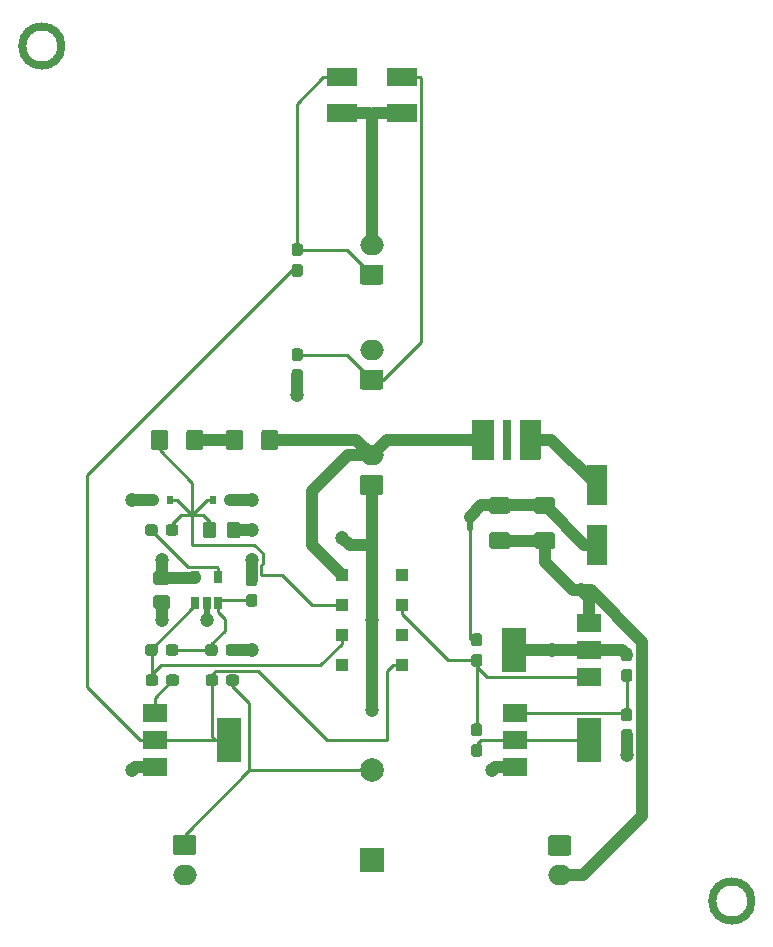
<source format=gbr>
%TF.GenerationSoftware,KiCad,Pcbnew,(5.1.5)-3*%
%TF.CreationDate,2020-08-07T17:04:35+02:00*%
%TF.ProjectId,continuity,636f6e74-696e-4756-9974-792e6b696361,rev?*%
%TF.SameCoordinates,Original*%
%TF.FileFunction,Copper,L1,Top*%
%TF.FilePolarity,Positive*%
%FSLAX46Y46*%
G04 Gerber Fmt 4.6, Leading zero omitted, Abs format (unit mm)*
G04 Created by KiCad (PCBNEW (5.1.5)-3) date 2020-08-07 17:04:35*
%MOMM*%
%LPD*%
G04 APERTURE LIST*
%ADD10C,0.100000*%
%ADD11C,0.381000*%
%ADD12O,2.000000X1.700000*%
%ADD13R,2.600000X1.500000*%
%ADD14R,1.000000X1.000000*%
%ADD15C,0.500000*%
%ADD16R,0.800000X3.400000*%
%ADD17R,1.850000X3.400000*%
%ADD18C,2.000000*%
%ADD19R,2.000000X2.000000*%
%ADD20R,2.000000X1.500000*%
%ADD21R,2.000000X3.800000*%
%ADD22R,0.650000X1.060000*%
%ADD23R,0.600000X0.700000*%
%ADD24R,1.800000X3.500000*%
%ADD25C,1.200000*%
%ADD26C,1.000000*%
%ADD27C,0.500000*%
%ADD28C,0.250000*%
G04 APERTURE END LIST*
D10*
G36*
X68219025Y-69091329D02*
G01*
X68219025Y-70091329D01*
X67719025Y-70091329D01*
X67719025Y-69091329D01*
X68219025Y-69091329D01*
G37*
D11*
X91960700Y-101600000D02*
G75*
G03X91960700Y-101600000I-1790700J0D01*
G01*
X91699080Y-101600000D02*
G75*
G03X91699080Y-101600000I-1529080J0D01*
G01*
X33540700Y-29210000D02*
G75*
G03X33540700Y-29210000I-1790700J0D01*
G01*
X33279080Y-29210000D02*
G75*
G03X33279080Y-29210000I-1529080J0D01*
G01*
D12*
X59674025Y-63876329D03*
%TA.AperFunction,ComponentPad*%
D10*
G36*
X60448529Y-65527533D02*
G01*
X60472798Y-65531133D01*
X60496596Y-65537094D01*
X60519696Y-65545359D01*
X60541874Y-65555849D01*
X60562918Y-65568462D01*
X60582623Y-65583076D01*
X60600802Y-65599552D01*
X60617278Y-65617731D01*
X60631892Y-65637436D01*
X60644505Y-65658480D01*
X60654995Y-65680658D01*
X60663260Y-65703758D01*
X60669221Y-65727556D01*
X60672821Y-65751825D01*
X60674025Y-65776329D01*
X60674025Y-66976329D01*
X60672821Y-67000833D01*
X60669221Y-67025102D01*
X60663260Y-67048900D01*
X60654995Y-67072000D01*
X60644505Y-67094178D01*
X60631892Y-67115222D01*
X60617278Y-67134927D01*
X60600802Y-67153106D01*
X60582623Y-67169582D01*
X60562918Y-67184196D01*
X60541874Y-67196809D01*
X60519696Y-67207299D01*
X60496596Y-67215564D01*
X60472798Y-67221525D01*
X60448529Y-67225125D01*
X60424025Y-67226329D01*
X58924025Y-67226329D01*
X58899521Y-67225125D01*
X58875252Y-67221525D01*
X58851454Y-67215564D01*
X58828354Y-67207299D01*
X58806176Y-67196809D01*
X58785132Y-67184196D01*
X58765427Y-67169582D01*
X58747248Y-67153106D01*
X58730772Y-67134927D01*
X58716158Y-67115222D01*
X58703545Y-67094178D01*
X58693055Y-67072000D01*
X58684790Y-67048900D01*
X58678829Y-67025102D01*
X58675229Y-67000833D01*
X58674025Y-66976329D01*
X58674025Y-65776329D01*
X58675229Y-65751825D01*
X58678829Y-65727556D01*
X58684790Y-65703758D01*
X58693055Y-65680658D01*
X58703545Y-65658480D01*
X58716158Y-65637436D01*
X58730772Y-65617731D01*
X58747248Y-65599552D01*
X58765427Y-65583076D01*
X58785132Y-65568462D01*
X58806176Y-65555849D01*
X58828354Y-65545359D01*
X58851454Y-65537094D01*
X58875252Y-65531133D01*
X58899521Y-65527533D01*
X58924025Y-65526329D01*
X60424025Y-65526329D01*
X60448529Y-65527533D01*
G37*
%TD.AperFunction*%
D12*
X43839025Y-99356329D03*
%TA.AperFunction,ComponentPad*%
D10*
G36*
X44613529Y-96007533D02*
G01*
X44637798Y-96011133D01*
X44661596Y-96017094D01*
X44684696Y-96025359D01*
X44706874Y-96035849D01*
X44727918Y-96048462D01*
X44747623Y-96063076D01*
X44765802Y-96079552D01*
X44782278Y-96097731D01*
X44796892Y-96117436D01*
X44809505Y-96138480D01*
X44819995Y-96160658D01*
X44828260Y-96183758D01*
X44834221Y-96207556D01*
X44837821Y-96231825D01*
X44839025Y-96256329D01*
X44839025Y-97456329D01*
X44837821Y-97480833D01*
X44834221Y-97505102D01*
X44828260Y-97528900D01*
X44819995Y-97552000D01*
X44809505Y-97574178D01*
X44796892Y-97595222D01*
X44782278Y-97614927D01*
X44765802Y-97633106D01*
X44747623Y-97649582D01*
X44727918Y-97664196D01*
X44706874Y-97676809D01*
X44684696Y-97687299D01*
X44661596Y-97695564D01*
X44637798Y-97701525D01*
X44613529Y-97705125D01*
X44589025Y-97706329D01*
X43089025Y-97706329D01*
X43064521Y-97705125D01*
X43040252Y-97701525D01*
X43016454Y-97695564D01*
X42993354Y-97687299D01*
X42971176Y-97676809D01*
X42950132Y-97664196D01*
X42930427Y-97649582D01*
X42912248Y-97633106D01*
X42895772Y-97614927D01*
X42881158Y-97595222D01*
X42868545Y-97574178D01*
X42858055Y-97552000D01*
X42849790Y-97528900D01*
X42843829Y-97505102D01*
X42840229Y-97480833D01*
X42839025Y-97456329D01*
X42839025Y-96256329D01*
X42840229Y-96231825D01*
X42843829Y-96207556D01*
X42849790Y-96183758D01*
X42858055Y-96160658D01*
X42868545Y-96138480D01*
X42881158Y-96117436D01*
X42895772Y-96097731D01*
X42912248Y-96079552D01*
X42930427Y-96063076D01*
X42950132Y-96048462D01*
X42971176Y-96035849D01*
X42993354Y-96025359D01*
X43016454Y-96017094D01*
X43040252Y-96011133D01*
X43064521Y-96007533D01*
X43089025Y-96006329D01*
X44589025Y-96006329D01*
X44613529Y-96007533D01*
G37*
%TD.AperFunction*%
%TA.AperFunction,SMDPad,CuDef*%
G36*
X48199804Y-82412473D02*
G01*
X48222859Y-82415892D01*
X48245468Y-82421556D01*
X48267412Y-82429408D01*
X48288482Y-82439373D01*
X48308473Y-82451355D01*
X48327193Y-82465239D01*
X48344463Y-82480891D01*
X48360115Y-82498161D01*
X48373999Y-82516881D01*
X48385981Y-82536872D01*
X48395946Y-82557942D01*
X48403798Y-82579886D01*
X48409462Y-82602495D01*
X48412881Y-82625550D01*
X48414025Y-82648829D01*
X48414025Y-83123829D01*
X48412881Y-83147108D01*
X48409462Y-83170163D01*
X48403798Y-83192772D01*
X48395946Y-83214716D01*
X48385981Y-83235786D01*
X48373999Y-83255777D01*
X48360115Y-83274497D01*
X48344463Y-83291767D01*
X48327193Y-83307419D01*
X48308473Y-83321303D01*
X48288482Y-83333285D01*
X48267412Y-83343250D01*
X48245468Y-83351102D01*
X48222859Y-83356766D01*
X48199804Y-83360185D01*
X48176525Y-83361329D01*
X47601525Y-83361329D01*
X47578246Y-83360185D01*
X47555191Y-83356766D01*
X47532582Y-83351102D01*
X47510638Y-83343250D01*
X47489568Y-83333285D01*
X47469577Y-83321303D01*
X47450857Y-83307419D01*
X47433587Y-83291767D01*
X47417935Y-83274497D01*
X47404051Y-83255777D01*
X47392069Y-83235786D01*
X47382104Y-83214716D01*
X47374252Y-83192772D01*
X47368588Y-83170163D01*
X47365169Y-83147108D01*
X47364025Y-83123829D01*
X47364025Y-82648829D01*
X47365169Y-82625550D01*
X47368588Y-82602495D01*
X47374252Y-82579886D01*
X47382104Y-82557942D01*
X47392069Y-82536872D01*
X47404051Y-82516881D01*
X47417935Y-82498161D01*
X47433587Y-82480891D01*
X47450857Y-82465239D01*
X47469577Y-82451355D01*
X47489568Y-82439373D01*
X47510638Y-82429408D01*
X47532582Y-82421556D01*
X47555191Y-82415892D01*
X47578246Y-82412473D01*
X47601525Y-82411329D01*
X48176525Y-82411329D01*
X48199804Y-82412473D01*
G37*
%TD.AperFunction*%
%TA.AperFunction,SMDPad,CuDef*%
G36*
X46449804Y-82412473D02*
G01*
X46472859Y-82415892D01*
X46495468Y-82421556D01*
X46517412Y-82429408D01*
X46538482Y-82439373D01*
X46558473Y-82451355D01*
X46577193Y-82465239D01*
X46594463Y-82480891D01*
X46610115Y-82498161D01*
X46623999Y-82516881D01*
X46635981Y-82536872D01*
X46645946Y-82557942D01*
X46653798Y-82579886D01*
X46659462Y-82602495D01*
X46662881Y-82625550D01*
X46664025Y-82648829D01*
X46664025Y-83123829D01*
X46662881Y-83147108D01*
X46659462Y-83170163D01*
X46653798Y-83192772D01*
X46645946Y-83214716D01*
X46635981Y-83235786D01*
X46623999Y-83255777D01*
X46610115Y-83274497D01*
X46594463Y-83291767D01*
X46577193Y-83307419D01*
X46558473Y-83321303D01*
X46538482Y-83333285D01*
X46517412Y-83343250D01*
X46495468Y-83351102D01*
X46472859Y-83356766D01*
X46449804Y-83360185D01*
X46426525Y-83361329D01*
X45851525Y-83361329D01*
X45828246Y-83360185D01*
X45805191Y-83356766D01*
X45782582Y-83351102D01*
X45760638Y-83343250D01*
X45739568Y-83333285D01*
X45719577Y-83321303D01*
X45700857Y-83307419D01*
X45683587Y-83291767D01*
X45667935Y-83274497D01*
X45654051Y-83255777D01*
X45642069Y-83235786D01*
X45632104Y-83214716D01*
X45624252Y-83192772D01*
X45618588Y-83170163D01*
X45615169Y-83147108D01*
X45614025Y-83123829D01*
X45614025Y-82648829D01*
X45615169Y-82625550D01*
X45618588Y-82602495D01*
X45624252Y-82579886D01*
X45632104Y-82557942D01*
X45642069Y-82536872D01*
X45654051Y-82516881D01*
X45667935Y-82498161D01*
X45683587Y-82480891D01*
X45700857Y-82465239D01*
X45719577Y-82451355D01*
X45739568Y-82439373D01*
X45760638Y-82429408D01*
X45782582Y-82421556D01*
X45805191Y-82415892D01*
X45828246Y-82412473D01*
X45851525Y-82411329D01*
X46426525Y-82411329D01*
X46449804Y-82412473D01*
G37*
%TD.AperFunction*%
%TA.AperFunction,SMDPad,CuDef*%
G36*
X53624804Y-45927473D02*
G01*
X53647859Y-45930892D01*
X53670468Y-45936556D01*
X53692412Y-45944408D01*
X53713482Y-45954373D01*
X53733473Y-45966355D01*
X53752193Y-45980239D01*
X53769463Y-45995891D01*
X53785115Y-46013161D01*
X53798999Y-46031881D01*
X53810981Y-46051872D01*
X53820946Y-46072942D01*
X53828798Y-46094886D01*
X53834462Y-46117495D01*
X53837881Y-46140550D01*
X53839025Y-46163829D01*
X53839025Y-46738829D01*
X53837881Y-46762108D01*
X53834462Y-46785163D01*
X53828798Y-46807772D01*
X53820946Y-46829716D01*
X53810981Y-46850786D01*
X53798999Y-46870777D01*
X53785115Y-46889497D01*
X53769463Y-46906767D01*
X53752193Y-46922419D01*
X53733473Y-46936303D01*
X53713482Y-46948285D01*
X53692412Y-46958250D01*
X53670468Y-46966102D01*
X53647859Y-46971766D01*
X53624804Y-46975185D01*
X53601525Y-46976329D01*
X53126525Y-46976329D01*
X53103246Y-46975185D01*
X53080191Y-46971766D01*
X53057582Y-46966102D01*
X53035638Y-46958250D01*
X53014568Y-46948285D01*
X52994577Y-46936303D01*
X52975857Y-46922419D01*
X52958587Y-46906767D01*
X52942935Y-46889497D01*
X52929051Y-46870777D01*
X52917069Y-46850786D01*
X52907104Y-46829716D01*
X52899252Y-46807772D01*
X52893588Y-46785163D01*
X52890169Y-46762108D01*
X52889025Y-46738829D01*
X52889025Y-46163829D01*
X52890169Y-46140550D01*
X52893588Y-46117495D01*
X52899252Y-46094886D01*
X52907104Y-46072942D01*
X52917069Y-46051872D01*
X52929051Y-46031881D01*
X52942935Y-46013161D01*
X52958587Y-45995891D01*
X52975857Y-45980239D01*
X52994577Y-45966355D01*
X53014568Y-45954373D01*
X53035638Y-45944408D01*
X53057582Y-45936556D01*
X53080191Y-45930892D01*
X53103246Y-45927473D01*
X53126525Y-45926329D01*
X53601525Y-45926329D01*
X53624804Y-45927473D01*
G37*
%TD.AperFunction*%
%TA.AperFunction,SMDPad,CuDef*%
G36*
X53624804Y-47677473D02*
G01*
X53647859Y-47680892D01*
X53670468Y-47686556D01*
X53692412Y-47694408D01*
X53713482Y-47704373D01*
X53733473Y-47716355D01*
X53752193Y-47730239D01*
X53769463Y-47745891D01*
X53785115Y-47763161D01*
X53798999Y-47781881D01*
X53810981Y-47801872D01*
X53820946Y-47822942D01*
X53828798Y-47844886D01*
X53834462Y-47867495D01*
X53837881Y-47890550D01*
X53839025Y-47913829D01*
X53839025Y-48488829D01*
X53837881Y-48512108D01*
X53834462Y-48535163D01*
X53828798Y-48557772D01*
X53820946Y-48579716D01*
X53810981Y-48600786D01*
X53798999Y-48620777D01*
X53785115Y-48639497D01*
X53769463Y-48656767D01*
X53752193Y-48672419D01*
X53733473Y-48686303D01*
X53713482Y-48698285D01*
X53692412Y-48708250D01*
X53670468Y-48716102D01*
X53647859Y-48721766D01*
X53624804Y-48725185D01*
X53601525Y-48726329D01*
X53126525Y-48726329D01*
X53103246Y-48725185D01*
X53080191Y-48721766D01*
X53057582Y-48716102D01*
X53035638Y-48708250D01*
X53014568Y-48698285D01*
X52994577Y-48686303D01*
X52975857Y-48672419D01*
X52958587Y-48656767D01*
X52942935Y-48639497D01*
X52929051Y-48620777D01*
X52917069Y-48600786D01*
X52907104Y-48579716D01*
X52899252Y-48557772D01*
X52893588Y-48535163D01*
X52890169Y-48512108D01*
X52889025Y-48488829D01*
X52889025Y-47913829D01*
X52890169Y-47890550D01*
X52893588Y-47867495D01*
X52899252Y-47844886D01*
X52907104Y-47822942D01*
X52917069Y-47801872D01*
X52929051Y-47781881D01*
X52942935Y-47763161D01*
X52958587Y-47745891D01*
X52975857Y-47730239D01*
X52994577Y-47716355D01*
X53014568Y-47704373D01*
X53035638Y-47694408D01*
X53057582Y-47686556D01*
X53080191Y-47680892D01*
X53103246Y-47677473D01*
X53126525Y-47676329D01*
X53601525Y-47676329D01*
X53624804Y-47677473D01*
G37*
%TD.AperFunction*%
D12*
X59674025Y-46056329D03*
%TA.AperFunction,ComponentPad*%
D10*
G36*
X60448529Y-47707533D02*
G01*
X60472798Y-47711133D01*
X60496596Y-47717094D01*
X60519696Y-47725359D01*
X60541874Y-47735849D01*
X60562918Y-47748462D01*
X60582623Y-47763076D01*
X60600802Y-47779552D01*
X60617278Y-47797731D01*
X60631892Y-47817436D01*
X60644505Y-47838480D01*
X60654995Y-47860658D01*
X60663260Y-47883758D01*
X60669221Y-47907556D01*
X60672821Y-47931825D01*
X60674025Y-47956329D01*
X60674025Y-49156329D01*
X60672821Y-49180833D01*
X60669221Y-49205102D01*
X60663260Y-49228900D01*
X60654995Y-49252000D01*
X60644505Y-49274178D01*
X60631892Y-49295222D01*
X60617278Y-49314927D01*
X60600802Y-49333106D01*
X60582623Y-49349582D01*
X60562918Y-49364196D01*
X60541874Y-49376809D01*
X60519696Y-49387299D01*
X60496596Y-49395564D01*
X60472798Y-49401525D01*
X60448529Y-49405125D01*
X60424025Y-49406329D01*
X58924025Y-49406329D01*
X58899521Y-49405125D01*
X58875252Y-49401525D01*
X58851454Y-49395564D01*
X58828354Y-49387299D01*
X58806176Y-49376809D01*
X58785132Y-49364196D01*
X58765427Y-49349582D01*
X58747248Y-49333106D01*
X58730772Y-49314927D01*
X58716158Y-49295222D01*
X58703545Y-49274178D01*
X58693055Y-49252000D01*
X58684790Y-49228900D01*
X58678829Y-49205102D01*
X58675229Y-49180833D01*
X58674025Y-49156329D01*
X58674025Y-47956329D01*
X58675229Y-47931825D01*
X58678829Y-47907556D01*
X58684790Y-47883758D01*
X58693055Y-47860658D01*
X58703545Y-47838480D01*
X58716158Y-47817436D01*
X58730772Y-47797731D01*
X58747248Y-47779552D01*
X58765427Y-47763076D01*
X58785132Y-47748462D01*
X58806176Y-47735849D01*
X58828354Y-47725359D01*
X58851454Y-47717094D01*
X58875252Y-47711133D01*
X58899521Y-47707533D01*
X58924025Y-47706329D01*
X60424025Y-47706329D01*
X60448529Y-47707533D01*
G37*
%TD.AperFunction*%
D13*
X57134025Y-34856329D03*
X57134025Y-31856329D03*
D14*
X57134025Y-79076329D03*
D15*
X67969025Y-70091329D03*
X67969025Y-69091329D03*
D14*
X57134025Y-81616329D03*
X62214025Y-81616329D03*
X62214025Y-79076329D03*
X57134025Y-76536329D03*
X62214025Y-76536329D03*
X57134025Y-73996329D03*
X62214025Y-73996329D03*
D16*
X71104025Y-62566329D03*
%TA.AperFunction,SMDPad,CuDef*%
D10*
G36*
X74054025Y-64096329D02*
G01*
X73884025Y-64266329D01*
X72204025Y-64266329D01*
X72204025Y-60866329D01*
X74054025Y-60866329D01*
X74054025Y-64096329D01*
G37*
%TD.AperFunction*%
D17*
X69079025Y-62566329D03*
D18*
X59714025Y-90526329D03*
D19*
X59714025Y-98126329D03*
%TA.AperFunction,SMDPad,CuDef*%
D10*
G36*
X74968529Y-67392533D02*
G01*
X74992798Y-67396133D01*
X75016596Y-67402094D01*
X75039696Y-67410359D01*
X75061874Y-67420849D01*
X75082918Y-67433462D01*
X75102623Y-67448076D01*
X75120802Y-67464552D01*
X75137278Y-67482731D01*
X75151892Y-67502436D01*
X75164505Y-67523480D01*
X75174995Y-67545658D01*
X75183260Y-67568758D01*
X75189221Y-67592556D01*
X75192821Y-67616825D01*
X75194025Y-67641329D01*
X75194025Y-68566329D01*
X75192821Y-68590833D01*
X75189221Y-68615102D01*
X75183260Y-68638900D01*
X75174995Y-68662000D01*
X75164505Y-68684178D01*
X75151892Y-68705222D01*
X75137278Y-68724927D01*
X75120802Y-68743106D01*
X75102623Y-68759582D01*
X75082918Y-68774196D01*
X75061874Y-68786809D01*
X75039696Y-68797299D01*
X75016596Y-68805564D01*
X74992798Y-68811525D01*
X74968529Y-68815125D01*
X74944025Y-68816329D01*
X73694025Y-68816329D01*
X73669521Y-68815125D01*
X73645252Y-68811525D01*
X73621454Y-68805564D01*
X73598354Y-68797299D01*
X73576176Y-68786809D01*
X73555132Y-68774196D01*
X73535427Y-68759582D01*
X73517248Y-68743106D01*
X73500772Y-68724927D01*
X73486158Y-68705222D01*
X73473545Y-68684178D01*
X73463055Y-68662000D01*
X73454790Y-68638900D01*
X73448829Y-68615102D01*
X73445229Y-68590833D01*
X73444025Y-68566329D01*
X73444025Y-67641329D01*
X73445229Y-67616825D01*
X73448829Y-67592556D01*
X73454790Y-67568758D01*
X73463055Y-67545658D01*
X73473545Y-67523480D01*
X73486158Y-67502436D01*
X73500772Y-67482731D01*
X73517248Y-67464552D01*
X73535427Y-67448076D01*
X73555132Y-67433462D01*
X73576176Y-67420849D01*
X73598354Y-67410359D01*
X73621454Y-67402094D01*
X73645252Y-67396133D01*
X73669521Y-67392533D01*
X73694025Y-67391329D01*
X74944025Y-67391329D01*
X74968529Y-67392533D01*
G37*
%TD.AperFunction*%
%TA.AperFunction,SMDPad,CuDef*%
G36*
X74968529Y-70367533D02*
G01*
X74992798Y-70371133D01*
X75016596Y-70377094D01*
X75039696Y-70385359D01*
X75061874Y-70395849D01*
X75082918Y-70408462D01*
X75102623Y-70423076D01*
X75120802Y-70439552D01*
X75137278Y-70457731D01*
X75151892Y-70477436D01*
X75164505Y-70498480D01*
X75174995Y-70520658D01*
X75183260Y-70543758D01*
X75189221Y-70567556D01*
X75192821Y-70591825D01*
X75194025Y-70616329D01*
X75194025Y-71541329D01*
X75192821Y-71565833D01*
X75189221Y-71590102D01*
X75183260Y-71613900D01*
X75174995Y-71637000D01*
X75164505Y-71659178D01*
X75151892Y-71680222D01*
X75137278Y-71699927D01*
X75120802Y-71718106D01*
X75102623Y-71734582D01*
X75082918Y-71749196D01*
X75061874Y-71761809D01*
X75039696Y-71772299D01*
X75016596Y-71780564D01*
X74992798Y-71786525D01*
X74968529Y-71790125D01*
X74944025Y-71791329D01*
X73694025Y-71791329D01*
X73669521Y-71790125D01*
X73645252Y-71786525D01*
X73621454Y-71780564D01*
X73598354Y-71772299D01*
X73576176Y-71761809D01*
X73555132Y-71749196D01*
X73535427Y-71734582D01*
X73517248Y-71718106D01*
X73500772Y-71699927D01*
X73486158Y-71680222D01*
X73473545Y-71659178D01*
X73463055Y-71637000D01*
X73454790Y-71613900D01*
X73448829Y-71590102D01*
X73445229Y-71565833D01*
X73444025Y-71541329D01*
X73444025Y-70616329D01*
X73445229Y-70591825D01*
X73448829Y-70567556D01*
X73454790Y-70543758D01*
X73463055Y-70520658D01*
X73473545Y-70498480D01*
X73486158Y-70477436D01*
X73500772Y-70457731D01*
X73517248Y-70439552D01*
X73535427Y-70423076D01*
X73555132Y-70408462D01*
X73576176Y-70395849D01*
X73598354Y-70385359D01*
X73621454Y-70377094D01*
X73645252Y-70371133D01*
X73669521Y-70367533D01*
X73694025Y-70366329D01*
X74944025Y-70366329D01*
X74968529Y-70367533D01*
G37*
%TD.AperFunction*%
%TA.AperFunction,SMDPad,CuDef*%
G36*
X71158529Y-67392533D02*
G01*
X71182798Y-67396133D01*
X71206596Y-67402094D01*
X71229696Y-67410359D01*
X71251874Y-67420849D01*
X71272918Y-67433462D01*
X71292623Y-67448076D01*
X71310802Y-67464552D01*
X71327278Y-67482731D01*
X71341892Y-67502436D01*
X71354505Y-67523480D01*
X71364995Y-67545658D01*
X71373260Y-67568758D01*
X71379221Y-67592556D01*
X71382821Y-67616825D01*
X71384025Y-67641329D01*
X71384025Y-68566329D01*
X71382821Y-68590833D01*
X71379221Y-68615102D01*
X71373260Y-68638900D01*
X71364995Y-68662000D01*
X71354505Y-68684178D01*
X71341892Y-68705222D01*
X71327278Y-68724927D01*
X71310802Y-68743106D01*
X71292623Y-68759582D01*
X71272918Y-68774196D01*
X71251874Y-68786809D01*
X71229696Y-68797299D01*
X71206596Y-68805564D01*
X71182798Y-68811525D01*
X71158529Y-68815125D01*
X71134025Y-68816329D01*
X69884025Y-68816329D01*
X69859521Y-68815125D01*
X69835252Y-68811525D01*
X69811454Y-68805564D01*
X69788354Y-68797299D01*
X69766176Y-68786809D01*
X69745132Y-68774196D01*
X69725427Y-68759582D01*
X69707248Y-68743106D01*
X69690772Y-68724927D01*
X69676158Y-68705222D01*
X69663545Y-68684178D01*
X69653055Y-68662000D01*
X69644790Y-68638900D01*
X69638829Y-68615102D01*
X69635229Y-68590833D01*
X69634025Y-68566329D01*
X69634025Y-67641329D01*
X69635229Y-67616825D01*
X69638829Y-67592556D01*
X69644790Y-67568758D01*
X69653055Y-67545658D01*
X69663545Y-67523480D01*
X69676158Y-67502436D01*
X69690772Y-67482731D01*
X69707248Y-67464552D01*
X69725427Y-67448076D01*
X69745132Y-67433462D01*
X69766176Y-67420849D01*
X69788354Y-67410359D01*
X69811454Y-67402094D01*
X69835252Y-67396133D01*
X69859521Y-67392533D01*
X69884025Y-67391329D01*
X71134025Y-67391329D01*
X71158529Y-67392533D01*
G37*
%TD.AperFunction*%
%TA.AperFunction,SMDPad,CuDef*%
G36*
X71158529Y-70367533D02*
G01*
X71182798Y-70371133D01*
X71206596Y-70377094D01*
X71229696Y-70385359D01*
X71251874Y-70395849D01*
X71272918Y-70408462D01*
X71292623Y-70423076D01*
X71310802Y-70439552D01*
X71327278Y-70457731D01*
X71341892Y-70477436D01*
X71354505Y-70498480D01*
X71364995Y-70520658D01*
X71373260Y-70543758D01*
X71379221Y-70567556D01*
X71382821Y-70591825D01*
X71384025Y-70616329D01*
X71384025Y-71541329D01*
X71382821Y-71565833D01*
X71379221Y-71590102D01*
X71373260Y-71613900D01*
X71364995Y-71637000D01*
X71354505Y-71659178D01*
X71341892Y-71680222D01*
X71327278Y-71699927D01*
X71310802Y-71718106D01*
X71292623Y-71734582D01*
X71272918Y-71749196D01*
X71251874Y-71761809D01*
X71229696Y-71772299D01*
X71206596Y-71780564D01*
X71182798Y-71786525D01*
X71158529Y-71790125D01*
X71134025Y-71791329D01*
X69884025Y-71791329D01*
X69859521Y-71790125D01*
X69835252Y-71786525D01*
X69811454Y-71780564D01*
X69788354Y-71772299D01*
X69766176Y-71761809D01*
X69745132Y-71749196D01*
X69725427Y-71734582D01*
X69707248Y-71718106D01*
X69690772Y-71699927D01*
X69676158Y-71680222D01*
X69663545Y-71659178D01*
X69653055Y-71637000D01*
X69644790Y-71613900D01*
X69638829Y-71590102D01*
X69635229Y-71565833D01*
X69634025Y-71541329D01*
X69634025Y-70616329D01*
X69635229Y-70591825D01*
X69638829Y-70567556D01*
X69644790Y-70543758D01*
X69653055Y-70520658D01*
X69663545Y-70498480D01*
X69676158Y-70477436D01*
X69690772Y-70457731D01*
X69707248Y-70439552D01*
X69725427Y-70423076D01*
X69745132Y-70408462D01*
X69766176Y-70395849D01*
X69788354Y-70385359D01*
X69811454Y-70377094D01*
X69835252Y-70371133D01*
X69859521Y-70367533D01*
X69884025Y-70366329D01*
X71134025Y-70366329D01*
X71158529Y-70367533D01*
G37*
%TD.AperFunction*%
D12*
X75589025Y-99396329D03*
%TA.AperFunction,ComponentPad*%
D10*
G36*
X76363529Y-96047533D02*
G01*
X76387798Y-96051133D01*
X76411596Y-96057094D01*
X76434696Y-96065359D01*
X76456874Y-96075849D01*
X76477918Y-96088462D01*
X76497623Y-96103076D01*
X76515802Y-96119552D01*
X76532278Y-96137731D01*
X76546892Y-96157436D01*
X76559505Y-96178480D01*
X76569995Y-96200658D01*
X76578260Y-96223758D01*
X76584221Y-96247556D01*
X76587821Y-96271825D01*
X76589025Y-96296329D01*
X76589025Y-97496329D01*
X76587821Y-97520833D01*
X76584221Y-97545102D01*
X76578260Y-97568900D01*
X76569995Y-97592000D01*
X76559505Y-97614178D01*
X76546892Y-97635222D01*
X76532278Y-97654927D01*
X76515802Y-97673106D01*
X76497623Y-97689582D01*
X76477918Y-97704196D01*
X76456874Y-97716809D01*
X76434696Y-97727299D01*
X76411596Y-97735564D01*
X76387798Y-97741525D01*
X76363529Y-97745125D01*
X76339025Y-97746329D01*
X74839025Y-97746329D01*
X74814521Y-97745125D01*
X74790252Y-97741525D01*
X74766454Y-97735564D01*
X74743354Y-97727299D01*
X74721176Y-97716809D01*
X74700132Y-97704196D01*
X74680427Y-97689582D01*
X74662248Y-97673106D01*
X74645772Y-97654927D01*
X74631158Y-97635222D01*
X74618545Y-97614178D01*
X74608055Y-97592000D01*
X74599790Y-97568900D01*
X74593829Y-97545102D01*
X74590229Y-97520833D01*
X74589025Y-97496329D01*
X74589025Y-96296329D01*
X74590229Y-96271825D01*
X74593829Y-96247556D01*
X74599790Y-96223758D01*
X74608055Y-96200658D01*
X74618545Y-96178480D01*
X74631158Y-96157436D01*
X74645772Y-96137731D01*
X74662248Y-96119552D01*
X74680427Y-96103076D01*
X74700132Y-96088462D01*
X74721176Y-96075849D01*
X74743354Y-96065359D01*
X74766454Y-96057094D01*
X74790252Y-96051133D01*
X74814521Y-96047533D01*
X74839025Y-96046329D01*
X76339025Y-96046329D01*
X76363529Y-96047533D01*
G37*
%TD.AperFunction*%
D12*
X59674025Y-54946329D03*
%TA.AperFunction,ComponentPad*%
D10*
G36*
X60448529Y-56597533D02*
G01*
X60472798Y-56601133D01*
X60496596Y-56607094D01*
X60519696Y-56615359D01*
X60541874Y-56625849D01*
X60562918Y-56638462D01*
X60582623Y-56653076D01*
X60600802Y-56669552D01*
X60617278Y-56687731D01*
X60631892Y-56707436D01*
X60644505Y-56728480D01*
X60654995Y-56750658D01*
X60663260Y-56773758D01*
X60669221Y-56797556D01*
X60672821Y-56821825D01*
X60674025Y-56846329D01*
X60674025Y-58046329D01*
X60672821Y-58070833D01*
X60669221Y-58095102D01*
X60663260Y-58118900D01*
X60654995Y-58142000D01*
X60644505Y-58164178D01*
X60631892Y-58185222D01*
X60617278Y-58204927D01*
X60600802Y-58223106D01*
X60582623Y-58239582D01*
X60562918Y-58254196D01*
X60541874Y-58266809D01*
X60519696Y-58277299D01*
X60496596Y-58285564D01*
X60472798Y-58291525D01*
X60448529Y-58295125D01*
X60424025Y-58296329D01*
X58924025Y-58296329D01*
X58899521Y-58295125D01*
X58875252Y-58291525D01*
X58851454Y-58285564D01*
X58828354Y-58277299D01*
X58806176Y-58266809D01*
X58785132Y-58254196D01*
X58765427Y-58239582D01*
X58747248Y-58223106D01*
X58730772Y-58204927D01*
X58716158Y-58185222D01*
X58703545Y-58164178D01*
X58693055Y-58142000D01*
X58684790Y-58118900D01*
X58678829Y-58095102D01*
X58675229Y-58070833D01*
X58674025Y-58046329D01*
X58674025Y-56846329D01*
X58675229Y-56821825D01*
X58678829Y-56797556D01*
X58684790Y-56773758D01*
X58693055Y-56750658D01*
X58703545Y-56728480D01*
X58716158Y-56707436D01*
X58730772Y-56687731D01*
X58747248Y-56669552D01*
X58765427Y-56653076D01*
X58785132Y-56638462D01*
X58806176Y-56625849D01*
X58828354Y-56615359D01*
X58851454Y-56607094D01*
X58875252Y-56601133D01*
X58899521Y-56597533D01*
X58924025Y-56596329D01*
X60424025Y-56596329D01*
X60448529Y-56597533D01*
G37*
%TD.AperFunction*%
D13*
X62214025Y-34856329D03*
X62214025Y-31856329D03*
%TA.AperFunction,SMDPad,CuDef*%
D10*
G36*
X48348530Y-69487533D02*
G01*
X48372798Y-69491133D01*
X48396597Y-69497094D01*
X48419696Y-69505359D01*
X48441875Y-69515849D01*
X48462918Y-69528461D01*
X48482624Y-69543076D01*
X48500802Y-69559552D01*
X48517278Y-69577730D01*
X48531893Y-69597436D01*
X48544505Y-69618479D01*
X48554995Y-69640658D01*
X48563260Y-69663757D01*
X48569221Y-69687556D01*
X48572821Y-69711824D01*
X48574025Y-69736328D01*
X48574025Y-70636330D01*
X48572821Y-70660834D01*
X48569221Y-70685102D01*
X48563260Y-70708901D01*
X48554995Y-70732000D01*
X48544505Y-70754179D01*
X48531893Y-70775222D01*
X48517278Y-70794928D01*
X48500802Y-70813106D01*
X48482624Y-70829582D01*
X48462918Y-70844197D01*
X48441875Y-70856809D01*
X48419696Y-70867299D01*
X48396597Y-70875564D01*
X48372798Y-70881525D01*
X48348530Y-70885125D01*
X48324026Y-70886329D01*
X47674024Y-70886329D01*
X47649520Y-70885125D01*
X47625252Y-70881525D01*
X47601453Y-70875564D01*
X47578354Y-70867299D01*
X47556175Y-70856809D01*
X47535132Y-70844197D01*
X47515426Y-70829582D01*
X47497248Y-70813106D01*
X47480772Y-70794928D01*
X47466157Y-70775222D01*
X47453545Y-70754179D01*
X47443055Y-70732000D01*
X47434790Y-70708901D01*
X47428829Y-70685102D01*
X47425229Y-70660834D01*
X47424025Y-70636330D01*
X47424025Y-69736328D01*
X47425229Y-69711824D01*
X47428829Y-69687556D01*
X47434790Y-69663757D01*
X47443055Y-69640658D01*
X47453545Y-69618479D01*
X47466157Y-69597436D01*
X47480772Y-69577730D01*
X47497248Y-69559552D01*
X47515426Y-69543076D01*
X47535132Y-69528461D01*
X47556175Y-69515849D01*
X47578354Y-69505359D01*
X47601453Y-69497094D01*
X47625252Y-69491133D01*
X47649520Y-69487533D01*
X47674024Y-69486329D01*
X48324026Y-69486329D01*
X48348530Y-69487533D01*
G37*
%TD.AperFunction*%
%TA.AperFunction,SMDPad,CuDef*%
G36*
X46298530Y-69487533D02*
G01*
X46322798Y-69491133D01*
X46346597Y-69497094D01*
X46369696Y-69505359D01*
X46391875Y-69515849D01*
X46412918Y-69528461D01*
X46432624Y-69543076D01*
X46450802Y-69559552D01*
X46467278Y-69577730D01*
X46481893Y-69597436D01*
X46494505Y-69618479D01*
X46504995Y-69640658D01*
X46513260Y-69663757D01*
X46519221Y-69687556D01*
X46522821Y-69711824D01*
X46524025Y-69736328D01*
X46524025Y-70636330D01*
X46522821Y-70660834D01*
X46519221Y-70685102D01*
X46513260Y-70708901D01*
X46504995Y-70732000D01*
X46494505Y-70754179D01*
X46481893Y-70775222D01*
X46467278Y-70794928D01*
X46450802Y-70813106D01*
X46432624Y-70829582D01*
X46412918Y-70844197D01*
X46391875Y-70856809D01*
X46369696Y-70867299D01*
X46346597Y-70875564D01*
X46322798Y-70881525D01*
X46298530Y-70885125D01*
X46274026Y-70886329D01*
X45624024Y-70886329D01*
X45599520Y-70885125D01*
X45575252Y-70881525D01*
X45551453Y-70875564D01*
X45528354Y-70867299D01*
X45506175Y-70856809D01*
X45485132Y-70844197D01*
X45465426Y-70829582D01*
X45447248Y-70813106D01*
X45430772Y-70794928D01*
X45416157Y-70775222D01*
X45403545Y-70754179D01*
X45393055Y-70732000D01*
X45384790Y-70708901D01*
X45378829Y-70685102D01*
X45375229Y-70660834D01*
X45374025Y-70636330D01*
X45374025Y-69736328D01*
X45375229Y-69711824D01*
X45378829Y-69687556D01*
X45384790Y-69663757D01*
X45393055Y-69640658D01*
X45403545Y-69618479D01*
X45416157Y-69597436D01*
X45430772Y-69577730D01*
X45447248Y-69559552D01*
X45465426Y-69543076D01*
X45485132Y-69528461D01*
X45506175Y-69515849D01*
X45528354Y-69505359D01*
X45551453Y-69497094D01*
X45575252Y-69491133D01*
X45599520Y-69487533D01*
X45624024Y-69486329D01*
X46274026Y-69486329D01*
X46298530Y-69487533D01*
G37*
%TD.AperFunction*%
%TA.AperFunction,SMDPad,CuDef*%
G36*
X42368530Y-75717533D02*
G01*
X42392798Y-75721133D01*
X42416597Y-75727094D01*
X42439696Y-75735359D01*
X42461875Y-75745849D01*
X42482918Y-75758461D01*
X42502624Y-75773076D01*
X42520802Y-75789552D01*
X42537278Y-75807730D01*
X42551893Y-75827436D01*
X42564505Y-75848479D01*
X42574995Y-75870658D01*
X42583260Y-75893757D01*
X42589221Y-75917556D01*
X42592821Y-75941824D01*
X42594025Y-75966328D01*
X42594025Y-76616330D01*
X42592821Y-76640834D01*
X42589221Y-76665102D01*
X42583260Y-76688901D01*
X42574995Y-76712000D01*
X42564505Y-76734179D01*
X42551893Y-76755222D01*
X42537278Y-76774928D01*
X42520802Y-76793106D01*
X42502624Y-76809582D01*
X42482918Y-76824197D01*
X42461875Y-76836809D01*
X42439696Y-76847299D01*
X42416597Y-76855564D01*
X42392798Y-76861525D01*
X42368530Y-76865125D01*
X42344026Y-76866329D01*
X41444024Y-76866329D01*
X41419520Y-76865125D01*
X41395252Y-76861525D01*
X41371453Y-76855564D01*
X41348354Y-76847299D01*
X41326175Y-76836809D01*
X41305132Y-76824197D01*
X41285426Y-76809582D01*
X41267248Y-76793106D01*
X41250772Y-76774928D01*
X41236157Y-76755222D01*
X41223545Y-76734179D01*
X41213055Y-76712000D01*
X41204790Y-76688901D01*
X41198829Y-76665102D01*
X41195229Y-76640834D01*
X41194025Y-76616330D01*
X41194025Y-75966328D01*
X41195229Y-75941824D01*
X41198829Y-75917556D01*
X41204790Y-75893757D01*
X41213055Y-75870658D01*
X41223545Y-75848479D01*
X41236157Y-75827436D01*
X41250772Y-75807730D01*
X41267248Y-75789552D01*
X41285426Y-75773076D01*
X41305132Y-75758461D01*
X41326175Y-75745849D01*
X41348354Y-75735359D01*
X41371453Y-75727094D01*
X41395252Y-75721133D01*
X41419520Y-75717533D01*
X41444024Y-75716329D01*
X42344026Y-75716329D01*
X42368530Y-75717533D01*
G37*
%TD.AperFunction*%
%TA.AperFunction,SMDPad,CuDef*%
G36*
X42368530Y-73667533D02*
G01*
X42392798Y-73671133D01*
X42416597Y-73677094D01*
X42439696Y-73685359D01*
X42461875Y-73695849D01*
X42482918Y-73708461D01*
X42502624Y-73723076D01*
X42520802Y-73739552D01*
X42537278Y-73757730D01*
X42551893Y-73777436D01*
X42564505Y-73798479D01*
X42574995Y-73820658D01*
X42583260Y-73843757D01*
X42589221Y-73867556D01*
X42592821Y-73891824D01*
X42594025Y-73916328D01*
X42594025Y-74566330D01*
X42592821Y-74590834D01*
X42589221Y-74615102D01*
X42583260Y-74638901D01*
X42574995Y-74662000D01*
X42564505Y-74684179D01*
X42551893Y-74705222D01*
X42537278Y-74724928D01*
X42520802Y-74743106D01*
X42502624Y-74759582D01*
X42482918Y-74774197D01*
X42461875Y-74786809D01*
X42439696Y-74797299D01*
X42416597Y-74805564D01*
X42392798Y-74811525D01*
X42368530Y-74815125D01*
X42344026Y-74816329D01*
X41444024Y-74816329D01*
X41419520Y-74815125D01*
X41395252Y-74811525D01*
X41371453Y-74805564D01*
X41348354Y-74797299D01*
X41326175Y-74786809D01*
X41305132Y-74774197D01*
X41285426Y-74759582D01*
X41267248Y-74743106D01*
X41250772Y-74724928D01*
X41236157Y-74705222D01*
X41223545Y-74684179D01*
X41213055Y-74662000D01*
X41204790Y-74638901D01*
X41198829Y-74615102D01*
X41195229Y-74590834D01*
X41194025Y-74566330D01*
X41194025Y-73916328D01*
X41195229Y-73891824D01*
X41198829Y-73867556D01*
X41204790Y-73843757D01*
X41213055Y-73820658D01*
X41223545Y-73798479D01*
X41236157Y-73777436D01*
X41250772Y-73757730D01*
X41267248Y-73739552D01*
X41285426Y-73723076D01*
X41305132Y-73708461D01*
X41326175Y-73695849D01*
X41348354Y-73685359D01*
X41371453Y-73677094D01*
X41395252Y-73671133D01*
X41419520Y-73667533D01*
X41444024Y-73666329D01*
X42344026Y-73666329D01*
X42368530Y-73667533D01*
G37*
%TD.AperFunction*%
D20*
X41324025Y-85666329D03*
X41324025Y-90266329D03*
X41324025Y-87966329D03*
D21*
X47624025Y-87966329D03*
%TA.AperFunction,SMDPad,CuDef*%
D10*
G36*
X45178529Y-61692533D02*
G01*
X45202798Y-61696133D01*
X45226596Y-61702094D01*
X45249696Y-61710359D01*
X45271874Y-61720849D01*
X45292918Y-61733462D01*
X45312623Y-61748076D01*
X45330802Y-61764552D01*
X45347278Y-61782731D01*
X45361892Y-61802436D01*
X45374505Y-61823480D01*
X45384995Y-61845658D01*
X45393260Y-61868758D01*
X45399221Y-61892556D01*
X45402821Y-61916825D01*
X45404025Y-61941329D01*
X45404025Y-63191329D01*
X45402821Y-63215833D01*
X45399221Y-63240102D01*
X45393260Y-63263900D01*
X45384995Y-63287000D01*
X45374505Y-63309178D01*
X45361892Y-63330222D01*
X45347278Y-63349927D01*
X45330802Y-63368106D01*
X45312623Y-63384582D01*
X45292918Y-63399196D01*
X45271874Y-63411809D01*
X45249696Y-63422299D01*
X45226596Y-63430564D01*
X45202798Y-63436525D01*
X45178529Y-63440125D01*
X45154025Y-63441329D01*
X44229025Y-63441329D01*
X44204521Y-63440125D01*
X44180252Y-63436525D01*
X44156454Y-63430564D01*
X44133354Y-63422299D01*
X44111176Y-63411809D01*
X44090132Y-63399196D01*
X44070427Y-63384582D01*
X44052248Y-63368106D01*
X44035772Y-63349927D01*
X44021158Y-63330222D01*
X44008545Y-63309178D01*
X43998055Y-63287000D01*
X43989790Y-63263900D01*
X43983829Y-63240102D01*
X43980229Y-63215833D01*
X43979025Y-63191329D01*
X43979025Y-61941329D01*
X43980229Y-61916825D01*
X43983829Y-61892556D01*
X43989790Y-61868758D01*
X43998055Y-61845658D01*
X44008545Y-61823480D01*
X44021158Y-61802436D01*
X44035772Y-61782731D01*
X44052248Y-61764552D01*
X44070427Y-61748076D01*
X44090132Y-61733462D01*
X44111176Y-61720849D01*
X44133354Y-61710359D01*
X44156454Y-61702094D01*
X44180252Y-61696133D01*
X44204521Y-61692533D01*
X44229025Y-61691329D01*
X45154025Y-61691329D01*
X45178529Y-61692533D01*
G37*
%TD.AperFunction*%
%TA.AperFunction,SMDPad,CuDef*%
G36*
X42203529Y-61692533D02*
G01*
X42227798Y-61696133D01*
X42251596Y-61702094D01*
X42274696Y-61710359D01*
X42296874Y-61720849D01*
X42317918Y-61733462D01*
X42337623Y-61748076D01*
X42355802Y-61764552D01*
X42372278Y-61782731D01*
X42386892Y-61802436D01*
X42399505Y-61823480D01*
X42409995Y-61845658D01*
X42418260Y-61868758D01*
X42424221Y-61892556D01*
X42427821Y-61916825D01*
X42429025Y-61941329D01*
X42429025Y-63191329D01*
X42427821Y-63215833D01*
X42424221Y-63240102D01*
X42418260Y-63263900D01*
X42409995Y-63287000D01*
X42399505Y-63309178D01*
X42386892Y-63330222D01*
X42372278Y-63349927D01*
X42355802Y-63368106D01*
X42337623Y-63384582D01*
X42317918Y-63399196D01*
X42296874Y-63411809D01*
X42274696Y-63422299D01*
X42251596Y-63430564D01*
X42227798Y-63436525D01*
X42203529Y-63440125D01*
X42179025Y-63441329D01*
X41254025Y-63441329D01*
X41229521Y-63440125D01*
X41205252Y-63436525D01*
X41181454Y-63430564D01*
X41158354Y-63422299D01*
X41136176Y-63411809D01*
X41115132Y-63399196D01*
X41095427Y-63384582D01*
X41077248Y-63368106D01*
X41060772Y-63349927D01*
X41046158Y-63330222D01*
X41033545Y-63309178D01*
X41023055Y-63287000D01*
X41014790Y-63263900D01*
X41008829Y-63240102D01*
X41005229Y-63215833D01*
X41004025Y-63191329D01*
X41004025Y-61941329D01*
X41005229Y-61916825D01*
X41008829Y-61892556D01*
X41014790Y-61868758D01*
X41023055Y-61845658D01*
X41033545Y-61823480D01*
X41046158Y-61802436D01*
X41060772Y-61782731D01*
X41077248Y-61764552D01*
X41095427Y-61748076D01*
X41115132Y-61733462D01*
X41136176Y-61720849D01*
X41158354Y-61710359D01*
X41181454Y-61702094D01*
X41205252Y-61696133D01*
X41229521Y-61692533D01*
X41254025Y-61691329D01*
X42179025Y-61691329D01*
X42203529Y-61692533D01*
G37*
%TD.AperFunction*%
%TA.AperFunction,SMDPad,CuDef*%
G36*
X51528529Y-61692533D02*
G01*
X51552798Y-61696133D01*
X51576596Y-61702094D01*
X51599696Y-61710359D01*
X51621874Y-61720849D01*
X51642918Y-61733462D01*
X51662623Y-61748076D01*
X51680802Y-61764552D01*
X51697278Y-61782731D01*
X51711892Y-61802436D01*
X51724505Y-61823480D01*
X51734995Y-61845658D01*
X51743260Y-61868758D01*
X51749221Y-61892556D01*
X51752821Y-61916825D01*
X51754025Y-61941329D01*
X51754025Y-63191329D01*
X51752821Y-63215833D01*
X51749221Y-63240102D01*
X51743260Y-63263900D01*
X51734995Y-63287000D01*
X51724505Y-63309178D01*
X51711892Y-63330222D01*
X51697278Y-63349927D01*
X51680802Y-63368106D01*
X51662623Y-63384582D01*
X51642918Y-63399196D01*
X51621874Y-63411809D01*
X51599696Y-63422299D01*
X51576596Y-63430564D01*
X51552798Y-63436525D01*
X51528529Y-63440125D01*
X51504025Y-63441329D01*
X50579025Y-63441329D01*
X50554521Y-63440125D01*
X50530252Y-63436525D01*
X50506454Y-63430564D01*
X50483354Y-63422299D01*
X50461176Y-63411809D01*
X50440132Y-63399196D01*
X50420427Y-63384582D01*
X50402248Y-63368106D01*
X50385772Y-63349927D01*
X50371158Y-63330222D01*
X50358545Y-63309178D01*
X50348055Y-63287000D01*
X50339790Y-63263900D01*
X50333829Y-63240102D01*
X50330229Y-63215833D01*
X50329025Y-63191329D01*
X50329025Y-61941329D01*
X50330229Y-61916825D01*
X50333829Y-61892556D01*
X50339790Y-61868758D01*
X50348055Y-61845658D01*
X50358545Y-61823480D01*
X50371158Y-61802436D01*
X50385772Y-61782731D01*
X50402248Y-61764552D01*
X50420427Y-61748076D01*
X50440132Y-61733462D01*
X50461176Y-61720849D01*
X50483354Y-61710359D01*
X50506454Y-61702094D01*
X50530252Y-61696133D01*
X50554521Y-61692533D01*
X50579025Y-61691329D01*
X51504025Y-61691329D01*
X51528529Y-61692533D01*
G37*
%TD.AperFunction*%
%TA.AperFunction,SMDPad,CuDef*%
G36*
X48553529Y-61692533D02*
G01*
X48577798Y-61696133D01*
X48601596Y-61702094D01*
X48624696Y-61710359D01*
X48646874Y-61720849D01*
X48667918Y-61733462D01*
X48687623Y-61748076D01*
X48705802Y-61764552D01*
X48722278Y-61782731D01*
X48736892Y-61802436D01*
X48749505Y-61823480D01*
X48759995Y-61845658D01*
X48768260Y-61868758D01*
X48774221Y-61892556D01*
X48777821Y-61916825D01*
X48779025Y-61941329D01*
X48779025Y-63191329D01*
X48777821Y-63215833D01*
X48774221Y-63240102D01*
X48768260Y-63263900D01*
X48759995Y-63287000D01*
X48749505Y-63309178D01*
X48736892Y-63330222D01*
X48722278Y-63349927D01*
X48705802Y-63368106D01*
X48687623Y-63384582D01*
X48667918Y-63399196D01*
X48646874Y-63411809D01*
X48624696Y-63422299D01*
X48601596Y-63430564D01*
X48577798Y-63436525D01*
X48553529Y-63440125D01*
X48529025Y-63441329D01*
X47604025Y-63441329D01*
X47579521Y-63440125D01*
X47555252Y-63436525D01*
X47531454Y-63430564D01*
X47508354Y-63422299D01*
X47486176Y-63411809D01*
X47465132Y-63399196D01*
X47445427Y-63384582D01*
X47427248Y-63368106D01*
X47410772Y-63349927D01*
X47396158Y-63330222D01*
X47383545Y-63309178D01*
X47373055Y-63287000D01*
X47364790Y-63263900D01*
X47358829Y-63240102D01*
X47355229Y-63215833D01*
X47354025Y-63191329D01*
X47354025Y-61941329D01*
X47355229Y-61916825D01*
X47358829Y-61892556D01*
X47364790Y-61868758D01*
X47373055Y-61845658D01*
X47383545Y-61823480D01*
X47396158Y-61802436D01*
X47410772Y-61782731D01*
X47427248Y-61764552D01*
X47445427Y-61748076D01*
X47465132Y-61733462D01*
X47486176Y-61720849D01*
X47508354Y-61710359D01*
X47531454Y-61702094D01*
X47555252Y-61696133D01*
X47579521Y-61692533D01*
X47604025Y-61691329D01*
X48529025Y-61691329D01*
X48553529Y-61692533D01*
G37*
%TD.AperFunction*%
D22*
X44754025Y-74166329D03*
X46654025Y-74166329D03*
X46654025Y-76366329D03*
X45704025Y-76366329D03*
X44754025Y-76366329D03*
%TA.AperFunction,SMDPad,CuDef*%
D10*
G36*
X41329804Y-79872473D02*
G01*
X41352859Y-79875892D01*
X41375468Y-79881556D01*
X41397412Y-79889408D01*
X41418482Y-79899373D01*
X41438473Y-79911355D01*
X41457193Y-79925239D01*
X41474463Y-79940891D01*
X41490115Y-79958161D01*
X41503999Y-79976881D01*
X41515981Y-79996872D01*
X41525946Y-80017942D01*
X41533798Y-80039886D01*
X41539462Y-80062495D01*
X41542881Y-80085550D01*
X41544025Y-80108829D01*
X41544025Y-80583829D01*
X41542881Y-80607108D01*
X41539462Y-80630163D01*
X41533798Y-80652772D01*
X41525946Y-80674716D01*
X41515981Y-80695786D01*
X41503999Y-80715777D01*
X41490115Y-80734497D01*
X41474463Y-80751767D01*
X41457193Y-80767419D01*
X41438473Y-80781303D01*
X41418482Y-80793285D01*
X41397412Y-80803250D01*
X41375468Y-80811102D01*
X41352859Y-80816766D01*
X41329804Y-80820185D01*
X41306525Y-80821329D01*
X40731525Y-80821329D01*
X40708246Y-80820185D01*
X40685191Y-80816766D01*
X40662582Y-80811102D01*
X40640638Y-80803250D01*
X40619568Y-80793285D01*
X40599577Y-80781303D01*
X40580857Y-80767419D01*
X40563587Y-80751767D01*
X40547935Y-80734497D01*
X40534051Y-80715777D01*
X40522069Y-80695786D01*
X40512104Y-80674716D01*
X40504252Y-80652772D01*
X40498588Y-80630163D01*
X40495169Y-80607108D01*
X40494025Y-80583829D01*
X40494025Y-80108829D01*
X40495169Y-80085550D01*
X40498588Y-80062495D01*
X40504252Y-80039886D01*
X40512104Y-80017942D01*
X40522069Y-79996872D01*
X40534051Y-79976881D01*
X40547935Y-79958161D01*
X40563587Y-79940891D01*
X40580857Y-79925239D01*
X40599577Y-79911355D01*
X40619568Y-79899373D01*
X40640638Y-79889408D01*
X40662582Y-79881556D01*
X40685191Y-79875892D01*
X40708246Y-79872473D01*
X40731525Y-79871329D01*
X41306525Y-79871329D01*
X41329804Y-79872473D01*
G37*
%TD.AperFunction*%
%TA.AperFunction,SMDPad,CuDef*%
G36*
X43079804Y-79872473D02*
G01*
X43102859Y-79875892D01*
X43125468Y-79881556D01*
X43147412Y-79889408D01*
X43168482Y-79899373D01*
X43188473Y-79911355D01*
X43207193Y-79925239D01*
X43224463Y-79940891D01*
X43240115Y-79958161D01*
X43253999Y-79976881D01*
X43265981Y-79996872D01*
X43275946Y-80017942D01*
X43283798Y-80039886D01*
X43289462Y-80062495D01*
X43292881Y-80085550D01*
X43294025Y-80108829D01*
X43294025Y-80583829D01*
X43292881Y-80607108D01*
X43289462Y-80630163D01*
X43283798Y-80652772D01*
X43275946Y-80674716D01*
X43265981Y-80695786D01*
X43253999Y-80715777D01*
X43240115Y-80734497D01*
X43224463Y-80751767D01*
X43207193Y-80767419D01*
X43188473Y-80781303D01*
X43168482Y-80793285D01*
X43147412Y-80803250D01*
X43125468Y-80811102D01*
X43102859Y-80816766D01*
X43079804Y-80820185D01*
X43056525Y-80821329D01*
X42481525Y-80821329D01*
X42458246Y-80820185D01*
X42435191Y-80816766D01*
X42412582Y-80811102D01*
X42390638Y-80803250D01*
X42369568Y-80793285D01*
X42349577Y-80781303D01*
X42330857Y-80767419D01*
X42313587Y-80751767D01*
X42297935Y-80734497D01*
X42284051Y-80715777D01*
X42272069Y-80695786D01*
X42262104Y-80674716D01*
X42254252Y-80652772D01*
X42248588Y-80630163D01*
X42245169Y-80607108D01*
X42244025Y-80583829D01*
X42244025Y-80108829D01*
X42245169Y-80085550D01*
X42248588Y-80062495D01*
X42254252Y-80039886D01*
X42262104Y-80017942D01*
X42272069Y-79996872D01*
X42284051Y-79976881D01*
X42297935Y-79958161D01*
X42313587Y-79940891D01*
X42330857Y-79925239D01*
X42349577Y-79911355D01*
X42369568Y-79899373D01*
X42390638Y-79889408D01*
X42412582Y-79881556D01*
X42435191Y-79875892D01*
X42458246Y-79872473D01*
X42481525Y-79871329D01*
X43056525Y-79871329D01*
X43079804Y-79872473D01*
G37*
%TD.AperFunction*%
%TA.AperFunction,SMDPad,CuDef*%
G36*
X49774804Y-75617473D02*
G01*
X49797859Y-75620892D01*
X49820468Y-75626556D01*
X49842412Y-75634408D01*
X49863482Y-75644373D01*
X49883473Y-75656355D01*
X49902193Y-75670239D01*
X49919463Y-75685891D01*
X49935115Y-75703161D01*
X49948999Y-75721881D01*
X49960981Y-75741872D01*
X49970946Y-75762942D01*
X49978798Y-75784886D01*
X49984462Y-75807495D01*
X49987881Y-75830550D01*
X49989025Y-75853829D01*
X49989025Y-76428829D01*
X49987881Y-76452108D01*
X49984462Y-76475163D01*
X49978798Y-76497772D01*
X49970946Y-76519716D01*
X49960981Y-76540786D01*
X49948999Y-76560777D01*
X49935115Y-76579497D01*
X49919463Y-76596767D01*
X49902193Y-76612419D01*
X49883473Y-76626303D01*
X49863482Y-76638285D01*
X49842412Y-76648250D01*
X49820468Y-76656102D01*
X49797859Y-76661766D01*
X49774804Y-76665185D01*
X49751525Y-76666329D01*
X49276525Y-76666329D01*
X49253246Y-76665185D01*
X49230191Y-76661766D01*
X49207582Y-76656102D01*
X49185638Y-76648250D01*
X49164568Y-76638285D01*
X49144577Y-76626303D01*
X49125857Y-76612419D01*
X49108587Y-76596767D01*
X49092935Y-76579497D01*
X49079051Y-76560777D01*
X49067069Y-76540786D01*
X49057104Y-76519716D01*
X49049252Y-76497772D01*
X49043588Y-76475163D01*
X49040169Y-76452108D01*
X49039025Y-76428829D01*
X49039025Y-75853829D01*
X49040169Y-75830550D01*
X49043588Y-75807495D01*
X49049252Y-75784886D01*
X49057104Y-75762942D01*
X49067069Y-75741872D01*
X49079051Y-75721881D01*
X49092935Y-75703161D01*
X49108587Y-75685891D01*
X49125857Y-75670239D01*
X49144577Y-75656355D01*
X49164568Y-75644373D01*
X49185638Y-75634408D01*
X49207582Y-75626556D01*
X49230191Y-75620892D01*
X49253246Y-75617473D01*
X49276525Y-75616329D01*
X49751525Y-75616329D01*
X49774804Y-75617473D01*
G37*
%TD.AperFunction*%
%TA.AperFunction,SMDPad,CuDef*%
G36*
X49774804Y-73867473D02*
G01*
X49797859Y-73870892D01*
X49820468Y-73876556D01*
X49842412Y-73884408D01*
X49863482Y-73894373D01*
X49883473Y-73906355D01*
X49902193Y-73920239D01*
X49919463Y-73935891D01*
X49935115Y-73953161D01*
X49948999Y-73971881D01*
X49960981Y-73991872D01*
X49970946Y-74012942D01*
X49978798Y-74034886D01*
X49984462Y-74057495D01*
X49987881Y-74080550D01*
X49989025Y-74103829D01*
X49989025Y-74678829D01*
X49987881Y-74702108D01*
X49984462Y-74725163D01*
X49978798Y-74747772D01*
X49970946Y-74769716D01*
X49960981Y-74790786D01*
X49948999Y-74810777D01*
X49935115Y-74829497D01*
X49919463Y-74846767D01*
X49902193Y-74862419D01*
X49883473Y-74876303D01*
X49863482Y-74888285D01*
X49842412Y-74898250D01*
X49820468Y-74906102D01*
X49797859Y-74911766D01*
X49774804Y-74915185D01*
X49751525Y-74916329D01*
X49276525Y-74916329D01*
X49253246Y-74915185D01*
X49230191Y-74911766D01*
X49207582Y-74906102D01*
X49185638Y-74898250D01*
X49164568Y-74888285D01*
X49144577Y-74876303D01*
X49125857Y-74862419D01*
X49108587Y-74846767D01*
X49092935Y-74829497D01*
X49079051Y-74810777D01*
X49067069Y-74790786D01*
X49057104Y-74769716D01*
X49049252Y-74747772D01*
X49043588Y-74725163D01*
X49040169Y-74702108D01*
X49039025Y-74678829D01*
X49039025Y-74103829D01*
X49040169Y-74080550D01*
X49043588Y-74057495D01*
X49049252Y-74034886D01*
X49057104Y-74012942D01*
X49067069Y-73991872D01*
X49079051Y-73971881D01*
X49092935Y-73953161D01*
X49108587Y-73935891D01*
X49125857Y-73920239D01*
X49144577Y-73906355D01*
X49164568Y-73894373D01*
X49185638Y-73884408D01*
X49207582Y-73876556D01*
X49230191Y-73870892D01*
X49253246Y-73867473D01*
X49276525Y-73866329D01*
X49751525Y-73866329D01*
X49774804Y-73867473D01*
G37*
%TD.AperFunction*%
%TA.AperFunction,SMDPad,CuDef*%
G36*
X43079804Y-69712473D02*
G01*
X43102859Y-69715892D01*
X43125468Y-69721556D01*
X43147412Y-69729408D01*
X43168482Y-69739373D01*
X43188473Y-69751355D01*
X43207193Y-69765239D01*
X43224463Y-69780891D01*
X43240115Y-69798161D01*
X43253999Y-69816881D01*
X43265981Y-69836872D01*
X43275946Y-69857942D01*
X43283798Y-69879886D01*
X43289462Y-69902495D01*
X43292881Y-69925550D01*
X43294025Y-69948829D01*
X43294025Y-70423829D01*
X43292881Y-70447108D01*
X43289462Y-70470163D01*
X43283798Y-70492772D01*
X43275946Y-70514716D01*
X43265981Y-70535786D01*
X43253999Y-70555777D01*
X43240115Y-70574497D01*
X43224463Y-70591767D01*
X43207193Y-70607419D01*
X43188473Y-70621303D01*
X43168482Y-70633285D01*
X43147412Y-70643250D01*
X43125468Y-70651102D01*
X43102859Y-70656766D01*
X43079804Y-70660185D01*
X43056525Y-70661329D01*
X42481525Y-70661329D01*
X42458246Y-70660185D01*
X42435191Y-70656766D01*
X42412582Y-70651102D01*
X42390638Y-70643250D01*
X42369568Y-70633285D01*
X42349577Y-70621303D01*
X42330857Y-70607419D01*
X42313587Y-70591767D01*
X42297935Y-70574497D01*
X42284051Y-70555777D01*
X42272069Y-70535786D01*
X42262104Y-70514716D01*
X42254252Y-70492772D01*
X42248588Y-70470163D01*
X42245169Y-70447108D01*
X42244025Y-70423829D01*
X42244025Y-69948829D01*
X42245169Y-69925550D01*
X42248588Y-69902495D01*
X42254252Y-69879886D01*
X42262104Y-69857942D01*
X42272069Y-69836872D01*
X42284051Y-69816881D01*
X42297935Y-69798161D01*
X42313587Y-69780891D01*
X42330857Y-69765239D01*
X42349577Y-69751355D01*
X42369568Y-69739373D01*
X42390638Y-69729408D01*
X42412582Y-69721556D01*
X42435191Y-69715892D01*
X42458246Y-69712473D01*
X42481525Y-69711329D01*
X43056525Y-69711329D01*
X43079804Y-69712473D01*
G37*
%TD.AperFunction*%
%TA.AperFunction,SMDPad,CuDef*%
G36*
X41329804Y-69712473D02*
G01*
X41352859Y-69715892D01*
X41375468Y-69721556D01*
X41397412Y-69729408D01*
X41418482Y-69739373D01*
X41438473Y-69751355D01*
X41457193Y-69765239D01*
X41474463Y-69780891D01*
X41490115Y-69798161D01*
X41503999Y-69816881D01*
X41515981Y-69836872D01*
X41525946Y-69857942D01*
X41533798Y-69879886D01*
X41539462Y-69902495D01*
X41542881Y-69925550D01*
X41544025Y-69948829D01*
X41544025Y-70423829D01*
X41542881Y-70447108D01*
X41539462Y-70470163D01*
X41533798Y-70492772D01*
X41525946Y-70514716D01*
X41515981Y-70535786D01*
X41503999Y-70555777D01*
X41490115Y-70574497D01*
X41474463Y-70591767D01*
X41457193Y-70607419D01*
X41438473Y-70621303D01*
X41418482Y-70633285D01*
X41397412Y-70643250D01*
X41375468Y-70651102D01*
X41352859Y-70656766D01*
X41329804Y-70660185D01*
X41306525Y-70661329D01*
X40731525Y-70661329D01*
X40708246Y-70660185D01*
X40685191Y-70656766D01*
X40662582Y-70651102D01*
X40640638Y-70643250D01*
X40619568Y-70633285D01*
X40599577Y-70621303D01*
X40580857Y-70607419D01*
X40563587Y-70591767D01*
X40547935Y-70574497D01*
X40534051Y-70555777D01*
X40522069Y-70535786D01*
X40512104Y-70514716D01*
X40504252Y-70492772D01*
X40498588Y-70470163D01*
X40495169Y-70447108D01*
X40494025Y-70423829D01*
X40494025Y-69948829D01*
X40495169Y-69925550D01*
X40498588Y-69902495D01*
X40504252Y-69879886D01*
X40512104Y-69857942D01*
X40522069Y-69836872D01*
X40534051Y-69816881D01*
X40547935Y-69798161D01*
X40563587Y-69780891D01*
X40580857Y-69765239D01*
X40599577Y-69751355D01*
X40619568Y-69739373D01*
X40640638Y-69729408D01*
X40662582Y-69721556D01*
X40685191Y-69715892D01*
X40708246Y-69712473D01*
X40731525Y-69711329D01*
X41306525Y-69711329D01*
X41329804Y-69712473D01*
G37*
%TD.AperFunction*%
%TA.AperFunction,SMDPad,CuDef*%
G36*
X48159804Y-79872473D02*
G01*
X48182859Y-79875892D01*
X48205468Y-79881556D01*
X48227412Y-79889408D01*
X48248482Y-79899373D01*
X48268473Y-79911355D01*
X48287193Y-79925239D01*
X48304463Y-79940891D01*
X48320115Y-79958161D01*
X48333999Y-79976881D01*
X48345981Y-79996872D01*
X48355946Y-80017942D01*
X48363798Y-80039886D01*
X48369462Y-80062495D01*
X48372881Y-80085550D01*
X48374025Y-80108829D01*
X48374025Y-80583829D01*
X48372881Y-80607108D01*
X48369462Y-80630163D01*
X48363798Y-80652772D01*
X48355946Y-80674716D01*
X48345981Y-80695786D01*
X48333999Y-80715777D01*
X48320115Y-80734497D01*
X48304463Y-80751767D01*
X48287193Y-80767419D01*
X48268473Y-80781303D01*
X48248482Y-80793285D01*
X48227412Y-80803250D01*
X48205468Y-80811102D01*
X48182859Y-80816766D01*
X48159804Y-80820185D01*
X48136525Y-80821329D01*
X47561525Y-80821329D01*
X47538246Y-80820185D01*
X47515191Y-80816766D01*
X47492582Y-80811102D01*
X47470638Y-80803250D01*
X47449568Y-80793285D01*
X47429577Y-80781303D01*
X47410857Y-80767419D01*
X47393587Y-80751767D01*
X47377935Y-80734497D01*
X47364051Y-80715777D01*
X47352069Y-80695786D01*
X47342104Y-80674716D01*
X47334252Y-80652772D01*
X47328588Y-80630163D01*
X47325169Y-80607108D01*
X47324025Y-80583829D01*
X47324025Y-80108829D01*
X47325169Y-80085550D01*
X47328588Y-80062495D01*
X47334252Y-80039886D01*
X47342104Y-80017942D01*
X47352069Y-79996872D01*
X47364051Y-79976881D01*
X47377935Y-79958161D01*
X47393587Y-79940891D01*
X47410857Y-79925239D01*
X47429577Y-79911355D01*
X47449568Y-79899373D01*
X47470638Y-79889408D01*
X47492582Y-79881556D01*
X47515191Y-79875892D01*
X47538246Y-79872473D01*
X47561525Y-79871329D01*
X48136525Y-79871329D01*
X48159804Y-79872473D01*
G37*
%TD.AperFunction*%
%TA.AperFunction,SMDPad,CuDef*%
G36*
X46409804Y-79872473D02*
G01*
X46432859Y-79875892D01*
X46455468Y-79881556D01*
X46477412Y-79889408D01*
X46498482Y-79899373D01*
X46518473Y-79911355D01*
X46537193Y-79925239D01*
X46554463Y-79940891D01*
X46570115Y-79958161D01*
X46583999Y-79976881D01*
X46595981Y-79996872D01*
X46605946Y-80017942D01*
X46613798Y-80039886D01*
X46619462Y-80062495D01*
X46622881Y-80085550D01*
X46624025Y-80108829D01*
X46624025Y-80583829D01*
X46622881Y-80607108D01*
X46619462Y-80630163D01*
X46613798Y-80652772D01*
X46605946Y-80674716D01*
X46595981Y-80695786D01*
X46583999Y-80715777D01*
X46570115Y-80734497D01*
X46554463Y-80751767D01*
X46537193Y-80767419D01*
X46518473Y-80781303D01*
X46498482Y-80793285D01*
X46477412Y-80803250D01*
X46455468Y-80811102D01*
X46432859Y-80816766D01*
X46409804Y-80820185D01*
X46386525Y-80821329D01*
X45811525Y-80821329D01*
X45788246Y-80820185D01*
X45765191Y-80816766D01*
X45742582Y-80811102D01*
X45720638Y-80803250D01*
X45699568Y-80793285D01*
X45679577Y-80781303D01*
X45660857Y-80767419D01*
X45643587Y-80751767D01*
X45627935Y-80734497D01*
X45614051Y-80715777D01*
X45602069Y-80695786D01*
X45592104Y-80674716D01*
X45584252Y-80652772D01*
X45578588Y-80630163D01*
X45575169Y-80607108D01*
X45574025Y-80583829D01*
X45574025Y-80108829D01*
X45575169Y-80085550D01*
X45578588Y-80062495D01*
X45584252Y-80039886D01*
X45592104Y-80017942D01*
X45602069Y-79996872D01*
X45614051Y-79976881D01*
X45627935Y-79958161D01*
X45643587Y-79940891D01*
X45660857Y-79925239D01*
X45679577Y-79911355D01*
X45699568Y-79899373D01*
X45720638Y-79889408D01*
X45742582Y-79881556D01*
X45765191Y-79875892D01*
X45788246Y-79872473D01*
X45811525Y-79871329D01*
X46386525Y-79871329D01*
X46409804Y-79872473D01*
G37*
%TD.AperFunction*%
%TA.AperFunction,SMDPad,CuDef*%
G36*
X43119804Y-82412473D02*
G01*
X43142859Y-82415892D01*
X43165468Y-82421556D01*
X43187412Y-82429408D01*
X43208482Y-82439373D01*
X43228473Y-82451355D01*
X43247193Y-82465239D01*
X43264463Y-82480891D01*
X43280115Y-82498161D01*
X43293999Y-82516881D01*
X43305981Y-82536872D01*
X43315946Y-82557942D01*
X43323798Y-82579886D01*
X43329462Y-82602495D01*
X43332881Y-82625550D01*
X43334025Y-82648829D01*
X43334025Y-83123829D01*
X43332881Y-83147108D01*
X43329462Y-83170163D01*
X43323798Y-83192772D01*
X43315946Y-83214716D01*
X43305981Y-83235786D01*
X43293999Y-83255777D01*
X43280115Y-83274497D01*
X43264463Y-83291767D01*
X43247193Y-83307419D01*
X43228473Y-83321303D01*
X43208482Y-83333285D01*
X43187412Y-83343250D01*
X43165468Y-83351102D01*
X43142859Y-83356766D01*
X43119804Y-83360185D01*
X43096525Y-83361329D01*
X42521525Y-83361329D01*
X42498246Y-83360185D01*
X42475191Y-83356766D01*
X42452582Y-83351102D01*
X42430638Y-83343250D01*
X42409568Y-83333285D01*
X42389577Y-83321303D01*
X42370857Y-83307419D01*
X42353587Y-83291767D01*
X42337935Y-83274497D01*
X42324051Y-83255777D01*
X42312069Y-83235786D01*
X42302104Y-83214716D01*
X42294252Y-83192772D01*
X42288588Y-83170163D01*
X42285169Y-83147108D01*
X42284025Y-83123829D01*
X42284025Y-82648829D01*
X42285169Y-82625550D01*
X42288588Y-82602495D01*
X42294252Y-82579886D01*
X42302104Y-82557942D01*
X42312069Y-82536872D01*
X42324051Y-82516881D01*
X42337935Y-82498161D01*
X42353587Y-82480891D01*
X42370857Y-82465239D01*
X42389577Y-82451355D01*
X42409568Y-82439373D01*
X42430638Y-82429408D01*
X42452582Y-82421556D01*
X42475191Y-82415892D01*
X42498246Y-82412473D01*
X42521525Y-82411329D01*
X43096525Y-82411329D01*
X43119804Y-82412473D01*
G37*
%TD.AperFunction*%
%TA.AperFunction,SMDPad,CuDef*%
G36*
X41369804Y-82412473D02*
G01*
X41392859Y-82415892D01*
X41415468Y-82421556D01*
X41437412Y-82429408D01*
X41458482Y-82439373D01*
X41478473Y-82451355D01*
X41497193Y-82465239D01*
X41514463Y-82480891D01*
X41530115Y-82498161D01*
X41543999Y-82516881D01*
X41555981Y-82536872D01*
X41565946Y-82557942D01*
X41573798Y-82579886D01*
X41579462Y-82602495D01*
X41582881Y-82625550D01*
X41584025Y-82648829D01*
X41584025Y-83123829D01*
X41582881Y-83147108D01*
X41579462Y-83170163D01*
X41573798Y-83192772D01*
X41565946Y-83214716D01*
X41555981Y-83235786D01*
X41543999Y-83255777D01*
X41530115Y-83274497D01*
X41514463Y-83291767D01*
X41497193Y-83307419D01*
X41478473Y-83321303D01*
X41458482Y-83333285D01*
X41437412Y-83343250D01*
X41415468Y-83351102D01*
X41392859Y-83356766D01*
X41369804Y-83360185D01*
X41346525Y-83361329D01*
X40771525Y-83361329D01*
X40748246Y-83360185D01*
X40725191Y-83356766D01*
X40702582Y-83351102D01*
X40680638Y-83343250D01*
X40659568Y-83333285D01*
X40639577Y-83321303D01*
X40620857Y-83307419D01*
X40603587Y-83291767D01*
X40587935Y-83274497D01*
X40574051Y-83255777D01*
X40562069Y-83235786D01*
X40552104Y-83214716D01*
X40544252Y-83192772D01*
X40538588Y-83170163D01*
X40535169Y-83147108D01*
X40534025Y-83123829D01*
X40534025Y-82648829D01*
X40535169Y-82625550D01*
X40538588Y-82602495D01*
X40544252Y-82579886D01*
X40552104Y-82557942D01*
X40562069Y-82536872D01*
X40574051Y-82516881D01*
X40587935Y-82498161D01*
X40603587Y-82480891D01*
X40620857Y-82465239D01*
X40639577Y-82451355D01*
X40659568Y-82439373D01*
X40680638Y-82429408D01*
X40702582Y-82421556D01*
X40725191Y-82415892D01*
X40748246Y-82412473D01*
X40771525Y-82411329D01*
X41346525Y-82411329D01*
X41369804Y-82412473D01*
G37*
%TD.AperFunction*%
%TA.AperFunction,SMDPad,CuDef*%
G36*
X81524804Y-87047473D02*
G01*
X81547859Y-87050892D01*
X81570468Y-87056556D01*
X81592412Y-87064408D01*
X81613482Y-87074373D01*
X81633473Y-87086355D01*
X81652193Y-87100239D01*
X81669463Y-87115891D01*
X81685115Y-87133161D01*
X81698999Y-87151881D01*
X81710981Y-87171872D01*
X81720946Y-87192942D01*
X81728798Y-87214886D01*
X81734462Y-87237495D01*
X81737881Y-87260550D01*
X81739025Y-87283829D01*
X81739025Y-87858829D01*
X81737881Y-87882108D01*
X81734462Y-87905163D01*
X81728798Y-87927772D01*
X81720946Y-87949716D01*
X81710981Y-87970786D01*
X81698999Y-87990777D01*
X81685115Y-88009497D01*
X81669463Y-88026767D01*
X81652193Y-88042419D01*
X81633473Y-88056303D01*
X81613482Y-88068285D01*
X81592412Y-88078250D01*
X81570468Y-88086102D01*
X81547859Y-88091766D01*
X81524804Y-88095185D01*
X81501525Y-88096329D01*
X81026525Y-88096329D01*
X81003246Y-88095185D01*
X80980191Y-88091766D01*
X80957582Y-88086102D01*
X80935638Y-88078250D01*
X80914568Y-88068285D01*
X80894577Y-88056303D01*
X80875857Y-88042419D01*
X80858587Y-88026767D01*
X80842935Y-88009497D01*
X80829051Y-87990777D01*
X80817069Y-87970786D01*
X80807104Y-87949716D01*
X80799252Y-87927772D01*
X80793588Y-87905163D01*
X80790169Y-87882108D01*
X80789025Y-87858829D01*
X80789025Y-87283829D01*
X80790169Y-87260550D01*
X80793588Y-87237495D01*
X80799252Y-87214886D01*
X80807104Y-87192942D01*
X80817069Y-87171872D01*
X80829051Y-87151881D01*
X80842935Y-87133161D01*
X80858587Y-87115891D01*
X80875857Y-87100239D01*
X80894577Y-87086355D01*
X80914568Y-87074373D01*
X80935638Y-87064408D01*
X80957582Y-87056556D01*
X80980191Y-87050892D01*
X81003246Y-87047473D01*
X81026525Y-87046329D01*
X81501525Y-87046329D01*
X81524804Y-87047473D01*
G37*
%TD.AperFunction*%
%TA.AperFunction,SMDPad,CuDef*%
G36*
X81524804Y-85297473D02*
G01*
X81547859Y-85300892D01*
X81570468Y-85306556D01*
X81592412Y-85314408D01*
X81613482Y-85324373D01*
X81633473Y-85336355D01*
X81652193Y-85350239D01*
X81669463Y-85365891D01*
X81685115Y-85383161D01*
X81698999Y-85401881D01*
X81710981Y-85421872D01*
X81720946Y-85442942D01*
X81728798Y-85464886D01*
X81734462Y-85487495D01*
X81737881Y-85510550D01*
X81739025Y-85533829D01*
X81739025Y-86108829D01*
X81737881Y-86132108D01*
X81734462Y-86155163D01*
X81728798Y-86177772D01*
X81720946Y-86199716D01*
X81710981Y-86220786D01*
X81698999Y-86240777D01*
X81685115Y-86259497D01*
X81669463Y-86276767D01*
X81652193Y-86292419D01*
X81633473Y-86306303D01*
X81613482Y-86318285D01*
X81592412Y-86328250D01*
X81570468Y-86336102D01*
X81547859Y-86341766D01*
X81524804Y-86345185D01*
X81501525Y-86346329D01*
X81026525Y-86346329D01*
X81003246Y-86345185D01*
X80980191Y-86341766D01*
X80957582Y-86336102D01*
X80935638Y-86328250D01*
X80914568Y-86318285D01*
X80894577Y-86306303D01*
X80875857Y-86292419D01*
X80858587Y-86276767D01*
X80842935Y-86259497D01*
X80829051Y-86240777D01*
X80817069Y-86220786D01*
X80807104Y-86199716D01*
X80799252Y-86177772D01*
X80793588Y-86155163D01*
X80790169Y-86132108D01*
X80789025Y-86108829D01*
X80789025Y-85533829D01*
X80790169Y-85510550D01*
X80793588Y-85487495D01*
X80799252Y-85464886D01*
X80807104Y-85442942D01*
X80817069Y-85421872D01*
X80829051Y-85401881D01*
X80842935Y-85383161D01*
X80858587Y-85365891D01*
X80875857Y-85350239D01*
X80894577Y-85336355D01*
X80914568Y-85324373D01*
X80935638Y-85314408D01*
X80957582Y-85306556D01*
X80980191Y-85300892D01*
X81003246Y-85297473D01*
X81026525Y-85296329D01*
X81501525Y-85296329D01*
X81524804Y-85297473D01*
G37*
%TD.AperFunction*%
%TA.AperFunction,SMDPad,CuDef*%
G36*
X53624804Y-54817473D02*
G01*
X53647859Y-54820892D01*
X53670468Y-54826556D01*
X53692412Y-54834408D01*
X53713482Y-54844373D01*
X53733473Y-54856355D01*
X53752193Y-54870239D01*
X53769463Y-54885891D01*
X53785115Y-54903161D01*
X53798999Y-54921881D01*
X53810981Y-54941872D01*
X53820946Y-54962942D01*
X53828798Y-54984886D01*
X53834462Y-55007495D01*
X53837881Y-55030550D01*
X53839025Y-55053829D01*
X53839025Y-55628829D01*
X53837881Y-55652108D01*
X53834462Y-55675163D01*
X53828798Y-55697772D01*
X53820946Y-55719716D01*
X53810981Y-55740786D01*
X53798999Y-55760777D01*
X53785115Y-55779497D01*
X53769463Y-55796767D01*
X53752193Y-55812419D01*
X53733473Y-55826303D01*
X53713482Y-55838285D01*
X53692412Y-55848250D01*
X53670468Y-55856102D01*
X53647859Y-55861766D01*
X53624804Y-55865185D01*
X53601525Y-55866329D01*
X53126525Y-55866329D01*
X53103246Y-55865185D01*
X53080191Y-55861766D01*
X53057582Y-55856102D01*
X53035638Y-55848250D01*
X53014568Y-55838285D01*
X52994577Y-55826303D01*
X52975857Y-55812419D01*
X52958587Y-55796767D01*
X52942935Y-55779497D01*
X52929051Y-55760777D01*
X52917069Y-55740786D01*
X52907104Y-55719716D01*
X52899252Y-55697772D01*
X52893588Y-55675163D01*
X52890169Y-55652108D01*
X52889025Y-55628829D01*
X52889025Y-55053829D01*
X52890169Y-55030550D01*
X52893588Y-55007495D01*
X52899252Y-54984886D01*
X52907104Y-54962942D01*
X52917069Y-54941872D01*
X52929051Y-54921881D01*
X52942935Y-54903161D01*
X52958587Y-54885891D01*
X52975857Y-54870239D01*
X52994577Y-54856355D01*
X53014568Y-54844373D01*
X53035638Y-54834408D01*
X53057582Y-54826556D01*
X53080191Y-54820892D01*
X53103246Y-54817473D01*
X53126525Y-54816329D01*
X53601525Y-54816329D01*
X53624804Y-54817473D01*
G37*
%TD.AperFunction*%
%TA.AperFunction,SMDPad,CuDef*%
G36*
X53624804Y-56567473D02*
G01*
X53647859Y-56570892D01*
X53670468Y-56576556D01*
X53692412Y-56584408D01*
X53713482Y-56594373D01*
X53733473Y-56606355D01*
X53752193Y-56620239D01*
X53769463Y-56635891D01*
X53785115Y-56653161D01*
X53798999Y-56671881D01*
X53810981Y-56691872D01*
X53820946Y-56712942D01*
X53828798Y-56734886D01*
X53834462Y-56757495D01*
X53837881Y-56780550D01*
X53839025Y-56803829D01*
X53839025Y-57378829D01*
X53837881Y-57402108D01*
X53834462Y-57425163D01*
X53828798Y-57447772D01*
X53820946Y-57469716D01*
X53810981Y-57490786D01*
X53798999Y-57510777D01*
X53785115Y-57529497D01*
X53769463Y-57546767D01*
X53752193Y-57562419D01*
X53733473Y-57576303D01*
X53713482Y-57588285D01*
X53692412Y-57598250D01*
X53670468Y-57606102D01*
X53647859Y-57611766D01*
X53624804Y-57615185D01*
X53601525Y-57616329D01*
X53126525Y-57616329D01*
X53103246Y-57615185D01*
X53080191Y-57611766D01*
X53057582Y-57606102D01*
X53035638Y-57598250D01*
X53014568Y-57588285D01*
X52994577Y-57576303D01*
X52975857Y-57562419D01*
X52958587Y-57546767D01*
X52942935Y-57529497D01*
X52929051Y-57510777D01*
X52917069Y-57490786D01*
X52907104Y-57469716D01*
X52899252Y-57447772D01*
X52893588Y-57425163D01*
X52890169Y-57402108D01*
X52889025Y-57378829D01*
X52889025Y-56803829D01*
X52890169Y-56780550D01*
X52893588Y-56757495D01*
X52899252Y-56734886D01*
X52907104Y-56712942D01*
X52917069Y-56691872D01*
X52929051Y-56671881D01*
X52942935Y-56653161D01*
X52958587Y-56635891D01*
X52975857Y-56620239D01*
X52994577Y-56606355D01*
X53014568Y-56594373D01*
X53035638Y-56584408D01*
X53057582Y-56576556D01*
X53080191Y-56570892D01*
X53103246Y-56567473D01*
X53126525Y-56566329D01*
X53601525Y-56566329D01*
X53624804Y-56567473D01*
G37*
%TD.AperFunction*%
%TA.AperFunction,SMDPad,CuDef*%
G36*
X81524804Y-80217473D02*
G01*
X81547859Y-80220892D01*
X81570468Y-80226556D01*
X81592412Y-80234408D01*
X81613482Y-80244373D01*
X81633473Y-80256355D01*
X81652193Y-80270239D01*
X81669463Y-80285891D01*
X81685115Y-80303161D01*
X81698999Y-80321881D01*
X81710981Y-80341872D01*
X81720946Y-80362942D01*
X81728798Y-80384886D01*
X81734462Y-80407495D01*
X81737881Y-80430550D01*
X81739025Y-80453829D01*
X81739025Y-81028829D01*
X81737881Y-81052108D01*
X81734462Y-81075163D01*
X81728798Y-81097772D01*
X81720946Y-81119716D01*
X81710981Y-81140786D01*
X81698999Y-81160777D01*
X81685115Y-81179497D01*
X81669463Y-81196767D01*
X81652193Y-81212419D01*
X81633473Y-81226303D01*
X81613482Y-81238285D01*
X81592412Y-81248250D01*
X81570468Y-81256102D01*
X81547859Y-81261766D01*
X81524804Y-81265185D01*
X81501525Y-81266329D01*
X81026525Y-81266329D01*
X81003246Y-81265185D01*
X80980191Y-81261766D01*
X80957582Y-81256102D01*
X80935638Y-81248250D01*
X80914568Y-81238285D01*
X80894577Y-81226303D01*
X80875857Y-81212419D01*
X80858587Y-81196767D01*
X80842935Y-81179497D01*
X80829051Y-81160777D01*
X80817069Y-81140786D01*
X80807104Y-81119716D01*
X80799252Y-81097772D01*
X80793588Y-81075163D01*
X80790169Y-81052108D01*
X80789025Y-81028829D01*
X80789025Y-80453829D01*
X80790169Y-80430550D01*
X80793588Y-80407495D01*
X80799252Y-80384886D01*
X80807104Y-80362942D01*
X80817069Y-80341872D01*
X80829051Y-80321881D01*
X80842935Y-80303161D01*
X80858587Y-80285891D01*
X80875857Y-80270239D01*
X80894577Y-80256355D01*
X80914568Y-80244373D01*
X80935638Y-80234408D01*
X80957582Y-80226556D01*
X80980191Y-80220892D01*
X81003246Y-80217473D01*
X81026525Y-80216329D01*
X81501525Y-80216329D01*
X81524804Y-80217473D01*
G37*
%TD.AperFunction*%
%TA.AperFunction,SMDPad,CuDef*%
G36*
X81524804Y-81967473D02*
G01*
X81547859Y-81970892D01*
X81570468Y-81976556D01*
X81592412Y-81984408D01*
X81613482Y-81994373D01*
X81633473Y-82006355D01*
X81652193Y-82020239D01*
X81669463Y-82035891D01*
X81685115Y-82053161D01*
X81698999Y-82071881D01*
X81710981Y-82091872D01*
X81720946Y-82112942D01*
X81728798Y-82134886D01*
X81734462Y-82157495D01*
X81737881Y-82180550D01*
X81739025Y-82203829D01*
X81739025Y-82778829D01*
X81737881Y-82802108D01*
X81734462Y-82825163D01*
X81728798Y-82847772D01*
X81720946Y-82869716D01*
X81710981Y-82890786D01*
X81698999Y-82910777D01*
X81685115Y-82929497D01*
X81669463Y-82946767D01*
X81652193Y-82962419D01*
X81633473Y-82976303D01*
X81613482Y-82988285D01*
X81592412Y-82998250D01*
X81570468Y-83006102D01*
X81547859Y-83011766D01*
X81524804Y-83015185D01*
X81501525Y-83016329D01*
X81026525Y-83016329D01*
X81003246Y-83015185D01*
X80980191Y-83011766D01*
X80957582Y-83006102D01*
X80935638Y-82998250D01*
X80914568Y-82988285D01*
X80894577Y-82976303D01*
X80875857Y-82962419D01*
X80858587Y-82946767D01*
X80842935Y-82929497D01*
X80829051Y-82910777D01*
X80817069Y-82890786D01*
X80807104Y-82869716D01*
X80799252Y-82847772D01*
X80793588Y-82825163D01*
X80790169Y-82802108D01*
X80789025Y-82778829D01*
X80789025Y-82203829D01*
X80790169Y-82180550D01*
X80793588Y-82157495D01*
X80799252Y-82134886D01*
X80807104Y-82112942D01*
X80817069Y-82091872D01*
X80829051Y-82071881D01*
X80842935Y-82053161D01*
X80858587Y-82035891D01*
X80875857Y-82020239D01*
X80894577Y-82006355D01*
X80914568Y-81994373D01*
X80935638Y-81984408D01*
X80957582Y-81976556D01*
X80980191Y-81970892D01*
X81003246Y-81967473D01*
X81026525Y-81966329D01*
X81501525Y-81966329D01*
X81524804Y-81967473D01*
G37*
%TD.AperFunction*%
%TA.AperFunction,SMDPad,CuDef*%
G36*
X68824804Y-88317473D02*
G01*
X68847859Y-88320892D01*
X68870468Y-88326556D01*
X68892412Y-88334408D01*
X68913482Y-88344373D01*
X68933473Y-88356355D01*
X68952193Y-88370239D01*
X68969463Y-88385891D01*
X68985115Y-88403161D01*
X68998999Y-88421881D01*
X69010981Y-88441872D01*
X69020946Y-88462942D01*
X69028798Y-88484886D01*
X69034462Y-88507495D01*
X69037881Y-88530550D01*
X69039025Y-88553829D01*
X69039025Y-89128829D01*
X69037881Y-89152108D01*
X69034462Y-89175163D01*
X69028798Y-89197772D01*
X69020946Y-89219716D01*
X69010981Y-89240786D01*
X68998999Y-89260777D01*
X68985115Y-89279497D01*
X68969463Y-89296767D01*
X68952193Y-89312419D01*
X68933473Y-89326303D01*
X68913482Y-89338285D01*
X68892412Y-89348250D01*
X68870468Y-89356102D01*
X68847859Y-89361766D01*
X68824804Y-89365185D01*
X68801525Y-89366329D01*
X68326525Y-89366329D01*
X68303246Y-89365185D01*
X68280191Y-89361766D01*
X68257582Y-89356102D01*
X68235638Y-89348250D01*
X68214568Y-89338285D01*
X68194577Y-89326303D01*
X68175857Y-89312419D01*
X68158587Y-89296767D01*
X68142935Y-89279497D01*
X68129051Y-89260777D01*
X68117069Y-89240786D01*
X68107104Y-89219716D01*
X68099252Y-89197772D01*
X68093588Y-89175163D01*
X68090169Y-89152108D01*
X68089025Y-89128829D01*
X68089025Y-88553829D01*
X68090169Y-88530550D01*
X68093588Y-88507495D01*
X68099252Y-88484886D01*
X68107104Y-88462942D01*
X68117069Y-88441872D01*
X68129051Y-88421881D01*
X68142935Y-88403161D01*
X68158587Y-88385891D01*
X68175857Y-88370239D01*
X68194577Y-88356355D01*
X68214568Y-88344373D01*
X68235638Y-88334408D01*
X68257582Y-88326556D01*
X68280191Y-88320892D01*
X68303246Y-88317473D01*
X68326525Y-88316329D01*
X68801525Y-88316329D01*
X68824804Y-88317473D01*
G37*
%TD.AperFunction*%
%TA.AperFunction,SMDPad,CuDef*%
G36*
X68824804Y-86567473D02*
G01*
X68847859Y-86570892D01*
X68870468Y-86576556D01*
X68892412Y-86584408D01*
X68913482Y-86594373D01*
X68933473Y-86606355D01*
X68952193Y-86620239D01*
X68969463Y-86635891D01*
X68985115Y-86653161D01*
X68998999Y-86671881D01*
X69010981Y-86691872D01*
X69020946Y-86712942D01*
X69028798Y-86734886D01*
X69034462Y-86757495D01*
X69037881Y-86780550D01*
X69039025Y-86803829D01*
X69039025Y-87378829D01*
X69037881Y-87402108D01*
X69034462Y-87425163D01*
X69028798Y-87447772D01*
X69020946Y-87469716D01*
X69010981Y-87490786D01*
X68998999Y-87510777D01*
X68985115Y-87529497D01*
X68969463Y-87546767D01*
X68952193Y-87562419D01*
X68933473Y-87576303D01*
X68913482Y-87588285D01*
X68892412Y-87598250D01*
X68870468Y-87606102D01*
X68847859Y-87611766D01*
X68824804Y-87615185D01*
X68801525Y-87616329D01*
X68326525Y-87616329D01*
X68303246Y-87615185D01*
X68280191Y-87611766D01*
X68257582Y-87606102D01*
X68235638Y-87598250D01*
X68214568Y-87588285D01*
X68194577Y-87576303D01*
X68175857Y-87562419D01*
X68158587Y-87546767D01*
X68142935Y-87529497D01*
X68129051Y-87510777D01*
X68117069Y-87490786D01*
X68107104Y-87469716D01*
X68099252Y-87447772D01*
X68093588Y-87425163D01*
X68090169Y-87402108D01*
X68089025Y-87378829D01*
X68089025Y-86803829D01*
X68090169Y-86780550D01*
X68093588Y-86757495D01*
X68099252Y-86734886D01*
X68107104Y-86712942D01*
X68117069Y-86691872D01*
X68129051Y-86671881D01*
X68142935Y-86653161D01*
X68158587Y-86635891D01*
X68175857Y-86620239D01*
X68194577Y-86606355D01*
X68214568Y-86594373D01*
X68235638Y-86584408D01*
X68257582Y-86576556D01*
X68280191Y-86570892D01*
X68303246Y-86567473D01*
X68326525Y-86566329D01*
X68801525Y-86566329D01*
X68824804Y-86567473D01*
G37*
%TD.AperFunction*%
%TA.AperFunction,SMDPad,CuDef*%
G36*
X68824804Y-78947473D02*
G01*
X68847859Y-78950892D01*
X68870468Y-78956556D01*
X68892412Y-78964408D01*
X68913482Y-78974373D01*
X68933473Y-78986355D01*
X68952193Y-79000239D01*
X68969463Y-79015891D01*
X68985115Y-79033161D01*
X68998999Y-79051881D01*
X69010981Y-79071872D01*
X69020946Y-79092942D01*
X69028798Y-79114886D01*
X69034462Y-79137495D01*
X69037881Y-79160550D01*
X69039025Y-79183829D01*
X69039025Y-79758829D01*
X69037881Y-79782108D01*
X69034462Y-79805163D01*
X69028798Y-79827772D01*
X69020946Y-79849716D01*
X69010981Y-79870786D01*
X68998999Y-79890777D01*
X68985115Y-79909497D01*
X68969463Y-79926767D01*
X68952193Y-79942419D01*
X68933473Y-79956303D01*
X68913482Y-79968285D01*
X68892412Y-79978250D01*
X68870468Y-79986102D01*
X68847859Y-79991766D01*
X68824804Y-79995185D01*
X68801525Y-79996329D01*
X68326525Y-79996329D01*
X68303246Y-79995185D01*
X68280191Y-79991766D01*
X68257582Y-79986102D01*
X68235638Y-79978250D01*
X68214568Y-79968285D01*
X68194577Y-79956303D01*
X68175857Y-79942419D01*
X68158587Y-79926767D01*
X68142935Y-79909497D01*
X68129051Y-79890777D01*
X68117069Y-79870786D01*
X68107104Y-79849716D01*
X68099252Y-79827772D01*
X68093588Y-79805163D01*
X68090169Y-79782108D01*
X68089025Y-79758829D01*
X68089025Y-79183829D01*
X68090169Y-79160550D01*
X68093588Y-79137495D01*
X68099252Y-79114886D01*
X68107104Y-79092942D01*
X68117069Y-79071872D01*
X68129051Y-79051881D01*
X68142935Y-79033161D01*
X68158587Y-79015891D01*
X68175857Y-79000239D01*
X68194577Y-78986355D01*
X68214568Y-78974373D01*
X68235638Y-78964408D01*
X68257582Y-78956556D01*
X68280191Y-78950892D01*
X68303246Y-78947473D01*
X68326525Y-78946329D01*
X68801525Y-78946329D01*
X68824804Y-78947473D01*
G37*
%TD.AperFunction*%
%TA.AperFunction,SMDPad,CuDef*%
G36*
X68824804Y-80697473D02*
G01*
X68847859Y-80700892D01*
X68870468Y-80706556D01*
X68892412Y-80714408D01*
X68913482Y-80724373D01*
X68933473Y-80736355D01*
X68952193Y-80750239D01*
X68969463Y-80765891D01*
X68985115Y-80783161D01*
X68998999Y-80801881D01*
X69010981Y-80821872D01*
X69020946Y-80842942D01*
X69028798Y-80864886D01*
X69034462Y-80887495D01*
X69037881Y-80910550D01*
X69039025Y-80933829D01*
X69039025Y-81508829D01*
X69037881Y-81532108D01*
X69034462Y-81555163D01*
X69028798Y-81577772D01*
X69020946Y-81599716D01*
X69010981Y-81620786D01*
X68998999Y-81640777D01*
X68985115Y-81659497D01*
X68969463Y-81676767D01*
X68952193Y-81692419D01*
X68933473Y-81706303D01*
X68913482Y-81718285D01*
X68892412Y-81728250D01*
X68870468Y-81736102D01*
X68847859Y-81741766D01*
X68824804Y-81745185D01*
X68801525Y-81746329D01*
X68326525Y-81746329D01*
X68303246Y-81745185D01*
X68280191Y-81741766D01*
X68257582Y-81736102D01*
X68235638Y-81728250D01*
X68214568Y-81718285D01*
X68194577Y-81706303D01*
X68175857Y-81692419D01*
X68158587Y-81676767D01*
X68142935Y-81659497D01*
X68129051Y-81640777D01*
X68117069Y-81620786D01*
X68107104Y-81599716D01*
X68099252Y-81577772D01*
X68093588Y-81555163D01*
X68090169Y-81532108D01*
X68089025Y-81508829D01*
X68089025Y-80933829D01*
X68090169Y-80910550D01*
X68093588Y-80887495D01*
X68099252Y-80864886D01*
X68107104Y-80842942D01*
X68117069Y-80821872D01*
X68129051Y-80801881D01*
X68142935Y-80783161D01*
X68158587Y-80765891D01*
X68175857Y-80750239D01*
X68194577Y-80736355D01*
X68214568Y-80724373D01*
X68235638Y-80714408D01*
X68257582Y-80706556D01*
X68280191Y-80700892D01*
X68303246Y-80697473D01*
X68326525Y-80696329D01*
X68801525Y-80696329D01*
X68824804Y-80697473D01*
G37*
%TD.AperFunction*%
D21*
X78116000Y-87966329D03*
D20*
X71816000Y-87966329D03*
X71816000Y-90266329D03*
X71816000Y-85666329D03*
X78046000Y-82646329D03*
X78046000Y-78046329D03*
X78046000Y-80346329D03*
D21*
X71746000Y-80346329D03*
D23*
X42594025Y-67646329D03*
X41194025Y-67646329D03*
X47674025Y-67646329D03*
X46274025Y-67646329D03*
D24*
X78724025Y-71416329D03*
X78724025Y-66416329D03*
D25*
X59714025Y-85426329D03*
X57174025Y-70821329D03*
X39394025Y-90506329D03*
X45744025Y-77806329D03*
X41934025Y-77806329D03*
X39394025Y-67646329D03*
X49554025Y-70186329D03*
X53364025Y-58756329D03*
X81304025Y-89236329D03*
X69874025Y-90506329D03*
X59714025Y-77806329D03*
X49523524Y-72739297D03*
X49554025Y-67646329D03*
X77365287Y-75266329D03*
X74954025Y-80346329D03*
X41934025Y-72726329D03*
X49554025Y-80346329D03*
D26*
X59714025Y-66416329D02*
X59674025Y-66376329D01*
X57809025Y-71456329D02*
X57174025Y-70821329D01*
X59714025Y-71456329D02*
X59714025Y-66416329D01*
X41324025Y-90266329D02*
X39634025Y-90266329D01*
X39634025Y-90266329D02*
X39394025Y-90506329D01*
D27*
X45704025Y-76366329D02*
X45704025Y-77766329D01*
X45704025Y-77766329D02*
X45744025Y-77806329D01*
D26*
X41894025Y-76291329D02*
X41894025Y-77766329D01*
X41894025Y-77766329D02*
X41934025Y-77806329D01*
X41194025Y-67646329D02*
X39394025Y-67646329D01*
X47999025Y-70186329D02*
X49554025Y-70186329D01*
X53364025Y-57091329D02*
X53364025Y-58756329D01*
X81264025Y-89196329D02*
X81304025Y-89236329D01*
X81264025Y-87571329D02*
X81264025Y-89196329D01*
X71816000Y-90266329D02*
X70114025Y-90266329D01*
X70114025Y-90266329D02*
X69874025Y-90506329D01*
X59714025Y-71456329D02*
X57809025Y-71456329D01*
X59714025Y-85426329D02*
X59714025Y-77806329D01*
X59714025Y-71456329D02*
X59714025Y-77806329D01*
X49514025Y-74391329D02*
X49514025Y-72748796D01*
X49514025Y-72748796D02*
X49523524Y-72739297D01*
X77631525Y-71416329D02*
X74319025Y-68103829D01*
X78724025Y-71416329D02*
X77631525Y-71416329D01*
X74319025Y-68103829D02*
X70509025Y-68103829D01*
X68956525Y-68103829D02*
X67969025Y-69091329D01*
X70509025Y-68103829D02*
X68956525Y-68103829D01*
X74874025Y-62566329D02*
X78724025Y-66416329D01*
X73129025Y-62566329D02*
X74874025Y-62566329D01*
D28*
X49319025Y-90526329D02*
X43839025Y-96006329D01*
X43839025Y-96006329D02*
X43839025Y-96856329D01*
X59714025Y-90526329D02*
X49319025Y-90526329D01*
X49319025Y-84791329D02*
X49319025Y-90526329D01*
X47889025Y-83361329D02*
X49319025Y-84791329D01*
X47889025Y-82886329D02*
X47889025Y-83361329D01*
X68564025Y-87091329D02*
X68564025Y-81221329D01*
X68564025Y-81746329D02*
X68564025Y-81221329D01*
X69464025Y-82646329D02*
X68564025Y-81746329D01*
X78046000Y-82646329D02*
X69464025Y-82646329D01*
X68089025Y-81221329D02*
X68564025Y-81221329D01*
X66149025Y-81221329D02*
X68089025Y-81221329D01*
X62214025Y-77286329D02*
X66149025Y-81221329D01*
X62214025Y-76536329D02*
X62214025Y-77286329D01*
X81264025Y-82491329D02*
X81264025Y-85821329D01*
X81109025Y-85666329D02*
X81264025Y-85821329D01*
X71816000Y-85666329D02*
X81109025Y-85666329D01*
X68564025Y-88316329D02*
X68564025Y-88841329D01*
X68914025Y-87966329D02*
X68564025Y-88316329D01*
X78116000Y-87966329D02*
X68914025Y-87966329D01*
X41324025Y-84371329D02*
X42809025Y-82886329D01*
X41324025Y-85666329D02*
X41324025Y-84371329D01*
X42769025Y-80346329D02*
X46099025Y-80346329D01*
X46879025Y-76141329D02*
X46654025Y-76366329D01*
X49514025Y-76141329D02*
X46879025Y-76141329D01*
X47229025Y-78741329D02*
X46099025Y-79871329D01*
X47229025Y-77721329D02*
X47229025Y-78741329D01*
X46654025Y-76366329D02*
X46654025Y-77146329D01*
X46099025Y-79871329D02*
X46099025Y-80346329D01*
X46654025Y-77146329D02*
X47229025Y-77721329D01*
D26*
X44691525Y-62566329D02*
X48066525Y-62566329D01*
D28*
X46654025Y-73386329D02*
X46654025Y-74166329D01*
X41019025Y-70186329D02*
X44144024Y-73311328D01*
X46579024Y-73311328D02*
X46654025Y-73386329D01*
X44144024Y-73311328D02*
X46579024Y-73311328D01*
D26*
X70509025Y-71078829D02*
X74319025Y-71078829D01*
X49554025Y-67646329D02*
X47674025Y-67646329D01*
X78046000Y-75947042D02*
X77365287Y-75266329D01*
X78046000Y-78046329D02*
X78046000Y-75947042D01*
X74319025Y-72855079D02*
X74319025Y-71078829D01*
X77365287Y-75266329D02*
X76730275Y-75266329D01*
X76730275Y-75266329D02*
X74319025Y-72855079D01*
X77589025Y-99396329D02*
X82604027Y-94381327D01*
X75589025Y-99396329D02*
X77589025Y-99396329D01*
X82604027Y-79656541D02*
X78213815Y-75266329D01*
X78213815Y-75266329D02*
X77365287Y-75266329D01*
X82604027Y-94381327D02*
X82604027Y-79656541D01*
X74954025Y-80346329D02*
X71746000Y-80346329D01*
X80869025Y-80346329D02*
X81264025Y-80741329D01*
X74954025Y-80346329D02*
X80869025Y-80346329D01*
X44679025Y-74241329D02*
X44754025Y-74166329D01*
X41894025Y-74241329D02*
X44679025Y-74241329D01*
X59914025Y-34856329D02*
X62214025Y-34856329D01*
X59674025Y-35096329D02*
X59914025Y-34856329D01*
X59434025Y-34856329D02*
X59674025Y-35096329D01*
X59674025Y-44206329D02*
X59674025Y-46056329D01*
X59674025Y-35096329D02*
X59674025Y-44206329D01*
X57134025Y-34856329D02*
X59434025Y-34856329D01*
X41894025Y-72766329D02*
X41934025Y-72726329D01*
X41894025Y-74241329D02*
X41894025Y-72766329D01*
X47849025Y-80346329D02*
X49554025Y-80346329D01*
X58364025Y-62566329D02*
X59674025Y-63876329D01*
X51041525Y-62566329D02*
X58364025Y-62566329D01*
X57674025Y-63876329D02*
X54634025Y-66916329D01*
X59674025Y-63876329D02*
X57674025Y-63876329D01*
X54634025Y-71496329D02*
X57134025Y-73996329D01*
X54634025Y-66916329D02*
X54634025Y-71496329D01*
X60984025Y-62566329D02*
X59674025Y-63876329D01*
X69079025Y-62566329D02*
X60984025Y-62566329D01*
D28*
X45949025Y-69486329D02*
X45949025Y-70186329D01*
X45379025Y-68916329D02*
X45949025Y-69486329D01*
X43564025Y-68916329D02*
X45379025Y-68916329D01*
X42769025Y-69711329D02*
X43564025Y-68916329D01*
X42769025Y-70186329D02*
X42769025Y-69711329D01*
X42594025Y-67646329D02*
X43204025Y-67646329D01*
X43204025Y-67646329D02*
X44474025Y-68916329D01*
X46274025Y-67646329D02*
X45744025Y-67646329D01*
X45744025Y-67646329D02*
X44474025Y-68916329D01*
X41716525Y-63441329D02*
X44474025Y-66198829D01*
X41716525Y-62566329D02*
X41716525Y-63441329D01*
X44474025Y-66198829D02*
X44474025Y-68916329D01*
X57134025Y-76536329D02*
X54634025Y-76536329D01*
X54634025Y-76536329D02*
X52094025Y-73996329D01*
X50454583Y-72172308D02*
X49738604Y-71456329D01*
X50339035Y-73175858D02*
X50454583Y-73060310D01*
X52094025Y-73996329D02*
X50339035Y-73996329D01*
X50454583Y-73060310D02*
X50454583Y-72172308D01*
X50339035Y-73996329D02*
X50339035Y-73175858D01*
X49738604Y-71456329D02*
X44474025Y-71456329D01*
X44474025Y-71456329D02*
X44474025Y-68916329D01*
X68089025Y-79471329D02*
X68564025Y-79471329D01*
X67969025Y-79351329D02*
X68089025Y-79471329D01*
X67969025Y-70091329D02*
X67969025Y-79351329D01*
X41059025Y-80386329D02*
X41019025Y-80346329D01*
X41059025Y-82886329D02*
X41059025Y-80386329D01*
X44754025Y-76571329D02*
X41019025Y-80306329D01*
X41019025Y-80306329D02*
X41019025Y-80346329D01*
X44754025Y-76366329D02*
X44754025Y-76571329D01*
X41854025Y-81616329D02*
X41059025Y-82411329D01*
X57134025Y-79826329D02*
X55344025Y-81616329D01*
X41059025Y-82411329D02*
X41059025Y-82886329D01*
X57134025Y-79076329D02*
X57134025Y-79826329D01*
X55344025Y-81616329D02*
X41854025Y-81616329D01*
X53364025Y-45926329D02*
X53364025Y-46451329D01*
X53364025Y-34076329D02*
X53364025Y-45926329D01*
X55584025Y-31856329D02*
X53364025Y-34076329D01*
X57134025Y-31856329D02*
X55584025Y-31856329D01*
X57569025Y-46451329D02*
X59674025Y-48556329D01*
X53364025Y-46451329D02*
X57569025Y-46451329D01*
X57569025Y-55341329D02*
X59674025Y-57446329D01*
X53364025Y-55341329D02*
X57569025Y-55341329D01*
X60674025Y-57446329D02*
X59674025Y-57446329D01*
X63839026Y-31931330D02*
X63839026Y-54281328D01*
X63839026Y-54281328D02*
X60674025Y-57446329D01*
X63764025Y-31856329D02*
X63839026Y-31931330D01*
X62214025Y-31856329D02*
X63764025Y-31856329D01*
X46139025Y-87731329D02*
X46374025Y-87966329D01*
X46374025Y-87966329D02*
X47624025Y-87966329D01*
X46139025Y-82886329D02*
X46139025Y-87731329D01*
X41324025Y-87966329D02*
X47624025Y-87966329D01*
X55904025Y-87966329D02*
X50024015Y-82086319D01*
X62214025Y-81616329D02*
X61464025Y-81616329D01*
X60984025Y-87966329D02*
X55904025Y-87966329D01*
X46464035Y-82086319D02*
X46139025Y-82411329D01*
X60984025Y-82096329D02*
X60984025Y-87966329D01*
X50024015Y-82086319D02*
X46464035Y-82086319D01*
X61464025Y-81616329D02*
X60984025Y-82096329D01*
X46139025Y-82411329D02*
X46139025Y-82886329D01*
X40074025Y-87966329D02*
X35584025Y-83476329D01*
X41324025Y-87966329D02*
X40074025Y-87966329D01*
X52889025Y-48201329D02*
X53364025Y-48201329D01*
X35584025Y-65506329D02*
X52889025Y-48201329D01*
X35584025Y-83476329D02*
X35584025Y-65506329D01*
M02*

</source>
